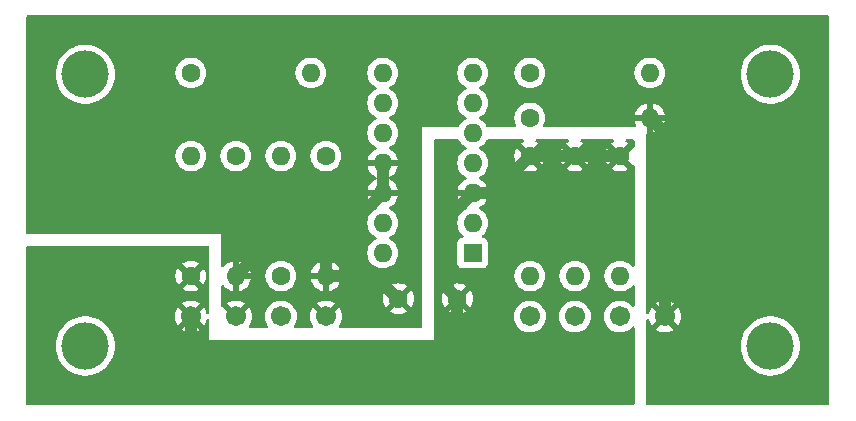
<source format=gbr>
%TF.GenerationSoftware,KiCad,Pcbnew,8.0.1*%
%TF.CreationDate,2024-04-06T13:55:48+01:00*%
%TF.ProjectId,RemoteStartInterface,52656d6f-7465-4537-9461-7274496e7465,rev?*%
%TF.SameCoordinates,Original*%
%TF.FileFunction,Copper,L2,Bot*%
%TF.FilePolarity,Positive*%
%FSLAX46Y46*%
G04 Gerber Fmt 4.6, Leading zero omitted, Abs format (unit mm)*
G04 Created by KiCad (PCBNEW 8.0.1) date 2024-04-06 13:55:48*
%MOMM*%
%LPD*%
G01*
G04 APERTURE LIST*
%TA.AperFunction,ComponentPad*%
%ADD10C,1.600000*%
%TD*%
%TA.AperFunction,ComponentPad*%
%ADD11O,1.600000X1.600000*%
%TD*%
%TA.AperFunction,ComponentPad*%
%ADD12R,1.600000X1.600000*%
%TD*%
%TA.AperFunction,ComponentPad*%
%ADD13C,1.701800*%
%TD*%
%TA.AperFunction,ViaPad*%
%ADD14C,4.000000*%
%TD*%
%TA.AperFunction,Conductor*%
%ADD15C,1.000000*%
%TD*%
G04 APERTURE END LIST*
D10*
%TO.P,R4,1*%
%TO.N,Net-(U1B-+)*%
X43136000Y-5385000D03*
D11*
%TO.P,R4,2*%
%TO.N,Net-(U1A-+)*%
X53296000Y-5385000D03*
%TD*%
D12*
%TO.P,U1,1*%
%TO.N,Net-(J2-Pad2)*%
X38300000Y-20625000D03*
D11*
%TO.P,U1,2*%
%TO.N,Net-(J2-Pad3)*%
X38300000Y-18085000D03*
%TO.P,U1,3,V+*%
%TO.N,+5VD*%
X38300000Y-15545000D03*
%TO.P,U1,4,-*%
%TO.N,Net-(U1A--)*%
X38300000Y-13005000D03*
%TO.P,U1,5,+*%
%TO.N,Net-(U1A-+)*%
X38300000Y-10465000D03*
%TO.P,U1,6,-*%
%TO.N,Net-(U1A--)*%
X38300000Y-7925000D03*
%TO.P,U1,7,+*%
%TO.N,Net-(U1B-+)*%
X38300000Y-5385000D03*
%TO.P,U1,8,-*%
%TO.N,Net-(U1A--)*%
X30680000Y-5385000D03*
%TO.P,U1,9,+*%
%TO.N,Net-(U1D-+)*%
X30680000Y-7925000D03*
%TO.P,U1,10,-*%
%TO.N,Net-(U1C--)*%
X30680000Y-10465000D03*
%TO.P,U1,11,+*%
%TO.N,GND*%
X30680000Y-13005000D03*
%TO.P,U1,12,V-*%
X30680000Y-15545000D03*
%TO.P,U1,13*%
%TO.N,Net-(U1C--)*%
X30680000Y-18085000D03*
%TO.P,U1,14*%
%TO.N,Net-(J2-Pad1)*%
X30680000Y-20625000D03*
%TD*%
D10*
%TO.P,R6,1*%
%TO.N,+5VD*%
X43136000Y-12420000D03*
D11*
%TO.P,R6,2*%
%TO.N,Net-(J2-Pad1)*%
X43136000Y-22580000D03*
%TD*%
D13*
%TO.P,J2,1,1*%
%TO.N,Net-(J2-Pad1)*%
X43135900Y-26000000D03*
%TO.P,J2,2,2*%
%TO.N,Net-(J2-Pad2)*%
X46945900Y-26000000D03*
%TO.P,J2,3,3*%
%TO.N,Net-(J2-Pad3)*%
X50755900Y-26000000D03*
%TO.P,J2,4,4*%
%TO.N,GND*%
X54565900Y-26000000D03*
%TD*%
D10*
%TO.P,R9,1*%
%TO.N,+5VD*%
X14434000Y-22580000D03*
D11*
%TO.P,R9,2*%
%TO.N,Net-(U1D-+)*%
X14434000Y-12420000D03*
%TD*%
D10*
%TO.P,R5,1*%
%TO.N,Net-(U1A-+)*%
X43136000Y-9195000D03*
D11*
%TO.P,R5,2*%
%TO.N,GND*%
X53296000Y-9195000D03*
%TD*%
D10*
%TO.P,C1,1*%
%TO.N,+5VD*%
X37000000Y-24500000D03*
%TO.P,C1,2*%
%TO.N,GND*%
X32000000Y-24500000D03*
%TD*%
%TO.P,R1,1*%
%TO.N,Net-(J1-Pad3)*%
X22054000Y-22580000D03*
D11*
%TO.P,R1,2*%
%TO.N,Net-(U1A--)*%
X22054000Y-12420000D03*
%TD*%
D10*
%TO.P,R3,1*%
%TO.N,Net-(U1D-+)*%
X14434000Y-5385000D03*
D11*
%TO.P,R3,2*%
%TO.N,Net-(U1B-+)*%
X24594000Y-5385000D03*
%TD*%
D10*
%TO.P,R2,1*%
%TO.N,Net-(U1A--)*%
X25864000Y-12420000D03*
D11*
%TO.P,R2,2*%
%TO.N,GND*%
X25864000Y-22580000D03*
%TD*%
D10*
%TO.P,R10,1*%
%TO.N,Net-(U1D-+)*%
X18244000Y-12420000D03*
D11*
%TO.P,R10,2*%
%TO.N,GND*%
X18244000Y-22580000D03*
%TD*%
D13*
%TO.P,J1,1,1*%
%TO.N,+5VD*%
X14433900Y-26000000D03*
%TO.P,J1,2,2*%
%TO.N,GND*%
X18243900Y-26000000D03*
%TO.P,J1,3,3*%
%TO.N,Net-(J1-Pad3)*%
X22053900Y-26000000D03*
%TO.P,J1,4,4*%
%TO.N,GND*%
X25863900Y-26000000D03*
%TD*%
D10*
%TO.P,R7,1*%
%TO.N,+5VD*%
X46946000Y-12420000D03*
D11*
%TO.P,R7,2*%
%TO.N,Net-(J2-Pad2)*%
X46946000Y-22580000D03*
%TD*%
D10*
%TO.P,R8,1*%
%TO.N,+5VD*%
X50756000Y-12420000D03*
D11*
%TO.P,R8,2*%
%TO.N,Net-(J2-Pad3)*%
X50756000Y-22580000D03*
%TD*%
D14*
%TO.N,*%
X63500000Y-5500000D03*
X63500000Y-28500000D03*
X5500000Y-28500000D03*
X5500000Y-5500000D03*
%TD*%
D15*
%TO.N,+5VD*%
X37000000Y-24500000D02*
X36200001Y-23700001D01*
X38300000Y-15545000D02*
X40011000Y-15545000D01*
X14433900Y-28433900D02*
X16500000Y-30500000D01*
X16500000Y-30500000D02*
X35000000Y-30500000D01*
X37000000Y-28500000D02*
X37000000Y-24500000D01*
X43136000Y-12420000D02*
X46946000Y-12420000D01*
X40011000Y-15545000D02*
X43136000Y-12420000D01*
X35000000Y-30500000D02*
X37000000Y-28500000D01*
X36200001Y-23700001D02*
X36200001Y-17644999D01*
X14433900Y-26000000D02*
X14433900Y-28433900D01*
X46946000Y-12420000D02*
X50756000Y-12420000D01*
X36200001Y-17644999D02*
X38300000Y-15545000D01*
%TO.N,GND*%
X54565900Y-10464900D02*
X53296000Y-9195000D01*
X20463000Y-20361000D02*
X25864000Y-20361000D01*
X30680000Y-15545000D02*
X25864000Y-20361000D01*
X32000000Y-24500000D02*
X30080000Y-22580000D01*
X30080000Y-22580000D02*
X25864000Y-22580000D01*
X30680000Y-13005000D02*
X30680000Y-15545000D01*
X18244000Y-22580000D02*
X20463000Y-20361000D01*
X25864000Y-20361000D02*
X25864000Y-22580000D01*
X54565900Y-26000000D02*
X54565900Y-10464900D01*
%TD*%
%TA.AperFunction,Conductor*%
%TO.N,+5VD*%
G36*
X37102574Y-11019685D02*
G01*
X37147917Y-11071596D01*
X37169428Y-11117728D01*
X37169430Y-11117731D01*
X37169431Y-11117733D01*
X37169432Y-11117734D01*
X37181077Y-11134365D01*
X37299954Y-11304141D01*
X37460858Y-11465045D01*
X37460861Y-11465047D01*
X37647266Y-11595568D01*
X37705275Y-11622618D01*
X37757714Y-11668791D01*
X37776866Y-11735984D01*
X37756650Y-11802865D01*
X37705275Y-11847382D01*
X37647267Y-11874431D01*
X37647265Y-11874432D01*
X37460858Y-12004954D01*
X37299954Y-12165858D01*
X37169432Y-12352265D01*
X37169431Y-12352267D01*
X37073261Y-12558502D01*
X37073258Y-12558511D01*
X37014366Y-12778302D01*
X37014364Y-12778313D01*
X36994532Y-13004998D01*
X36994532Y-13005001D01*
X37014364Y-13231686D01*
X37014366Y-13231697D01*
X37073258Y-13451488D01*
X37073261Y-13451497D01*
X37169431Y-13657732D01*
X37169432Y-13657734D01*
X37299954Y-13844141D01*
X37460858Y-14005045D01*
X37460861Y-14005047D01*
X37647266Y-14135568D01*
X37705865Y-14162893D01*
X37758305Y-14209065D01*
X37777457Y-14276258D01*
X37757242Y-14343139D01*
X37705867Y-14387657D01*
X37647515Y-14414867D01*
X37461179Y-14545342D01*
X37300342Y-14706179D01*
X37169865Y-14892517D01*
X37073734Y-15098673D01*
X37073730Y-15098682D01*
X37021127Y-15294999D01*
X37021128Y-15295000D01*
X37984314Y-15295000D01*
X37979920Y-15299394D01*
X37927259Y-15390606D01*
X37900000Y-15492339D01*
X37900000Y-15597661D01*
X37927259Y-15699394D01*
X37979920Y-15790606D01*
X37984314Y-15795000D01*
X37021128Y-15795000D01*
X37073730Y-15991317D01*
X37073734Y-15991326D01*
X37169865Y-16197482D01*
X37300342Y-16383820D01*
X37461179Y-16544657D01*
X37647518Y-16675134D01*
X37647520Y-16675135D01*
X37705865Y-16702342D01*
X37758305Y-16748514D01*
X37777457Y-16815707D01*
X37757242Y-16882589D01*
X37705867Y-16927105D01*
X37647268Y-16954431D01*
X37647264Y-16954433D01*
X37460858Y-17084954D01*
X37299954Y-17245858D01*
X37169432Y-17432265D01*
X37169431Y-17432267D01*
X37073261Y-17638502D01*
X37073258Y-17638511D01*
X37014366Y-17858302D01*
X37014364Y-17858313D01*
X36994532Y-18084998D01*
X36994532Y-18085001D01*
X37014364Y-18311686D01*
X37014366Y-18311697D01*
X37073258Y-18531488D01*
X37073261Y-18531497D01*
X37169431Y-18737732D01*
X37169432Y-18737734D01*
X37299954Y-18924141D01*
X37460858Y-19085045D01*
X37485462Y-19102273D01*
X37529087Y-19156849D01*
X37536281Y-19226348D01*
X37504758Y-19288703D01*
X37444529Y-19324117D01*
X37427593Y-19327138D01*
X37392516Y-19330908D01*
X37257671Y-19381202D01*
X37257664Y-19381206D01*
X37142455Y-19467452D01*
X37142452Y-19467455D01*
X37056206Y-19582664D01*
X37056202Y-19582671D01*
X37005908Y-19717517D01*
X36999501Y-19777116D01*
X36999501Y-19777123D01*
X36999500Y-19777135D01*
X36999500Y-21472870D01*
X36999501Y-21472876D01*
X37005908Y-21532483D01*
X37056202Y-21667328D01*
X37056206Y-21667335D01*
X37142452Y-21782544D01*
X37142455Y-21782547D01*
X37257664Y-21868793D01*
X37257671Y-21868797D01*
X37392517Y-21919091D01*
X37392516Y-21919091D01*
X37399444Y-21919835D01*
X37452127Y-21925500D01*
X39147872Y-21925499D01*
X39207483Y-21919091D01*
X39342331Y-21868796D01*
X39457546Y-21782546D01*
X39543796Y-21667331D01*
X39594091Y-21532483D01*
X39600500Y-21472873D01*
X39600499Y-19777128D01*
X39594091Y-19717517D01*
X39543796Y-19582669D01*
X39543795Y-19582668D01*
X39543793Y-19582664D01*
X39457547Y-19467455D01*
X39457544Y-19467452D01*
X39342335Y-19381206D01*
X39342328Y-19381202D01*
X39207482Y-19330908D01*
X39207483Y-19330908D01*
X39172404Y-19327137D01*
X39107853Y-19300399D01*
X39068005Y-19243006D01*
X39065512Y-19173181D01*
X39101165Y-19113092D01*
X39114539Y-19102272D01*
X39139140Y-19085046D01*
X39300045Y-18924141D01*
X39300047Y-18924139D01*
X39430568Y-18737734D01*
X39526739Y-18531496D01*
X39585635Y-18311692D01*
X39605468Y-18085000D01*
X39585635Y-17858308D01*
X39526739Y-17638504D01*
X39430568Y-17432266D01*
X39300047Y-17245861D01*
X39300045Y-17245858D01*
X39139141Y-17084954D01*
X38952734Y-16954432D01*
X38952732Y-16954431D01*
X38941275Y-16949088D01*
X38894132Y-16927105D01*
X38841694Y-16880934D01*
X38822542Y-16813740D01*
X38842758Y-16746859D01*
X38894134Y-16702341D01*
X38952484Y-16675132D01*
X39138820Y-16544657D01*
X39299657Y-16383820D01*
X39430134Y-16197482D01*
X39526265Y-15991326D01*
X39526269Y-15991317D01*
X39578872Y-15795000D01*
X38615686Y-15795000D01*
X38620080Y-15790606D01*
X38672741Y-15699394D01*
X38700000Y-15597661D01*
X38700000Y-15492339D01*
X38672741Y-15390606D01*
X38620080Y-15299394D01*
X38615686Y-15295000D01*
X39578872Y-15295000D01*
X39578872Y-15294999D01*
X39526269Y-15098682D01*
X39526265Y-15098673D01*
X39430134Y-14892517D01*
X39299657Y-14706179D01*
X39138820Y-14545342D01*
X38952482Y-14414865D01*
X38894133Y-14387657D01*
X38841694Y-14341484D01*
X38822542Y-14274291D01*
X38842758Y-14207410D01*
X38894129Y-14162895D01*
X38952734Y-14135568D01*
X39139139Y-14005047D01*
X39300047Y-13844139D01*
X39430568Y-13657734D01*
X39526739Y-13451496D01*
X39585635Y-13231692D01*
X39605468Y-13005000D01*
X39585635Y-12778308D01*
X39526739Y-12558504D01*
X39430568Y-12352266D01*
X39300047Y-12165861D01*
X39300045Y-12165858D01*
X39139141Y-12004954D01*
X38952734Y-11874432D01*
X38952728Y-11874429D01*
X38894725Y-11847382D01*
X38842285Y-11801210D01*
X38823133Y-11734017D01*
X38843348Y-11667135D01*
X38894725Y-11622618D01*
X38952734Y-11595568D01*
X39139139Y-11465047D01*
X39300047Y-11304139D01*
X39430568Y-11117734D01*
X39432061Y-11114532D01*
X39452083Y-11071596D01*
X39498255Y-11019156D01*
X39564465Y-11000000D01*
X42545809Y-11000000D01*
X42612848Y-11019685D01*
X42658603Y-11072489D01*
X42668547Y-11141647D01*
X42639522Y-11205203D01*
X42598214Y-11236382D01*
X42483516Y-11289866D01*
X42483512Y-11289868D01*
X42410526Y-11340973D01*
X42410526Y-11340974D01*
X43089553Y-12020000D01*
X43083339Y-12020000D01*
X42981606Y-12047259D01*
X42890394Y-12099920D01*
X42815920Y-12174394D01*
X42763259Y-12265606D01*
X42736000Y-12367339D01*
X42736000Y-12373552D01*
X42056974Y-11694526D01*
X42056973Y-11694526D01*
X42005868Y-11767512D01*
X42005866Y-11767516D01*
X41909734Y-11973673D01*
X41909730Y-11973682D01*
X41850860Y-12193389D01*
X41850858Y-12193400D01*
X41831034Y-12419997D01*
X41831034Y-12420002D01*
X41850858Y-12646599D01*
X41850860Y-12646610D01*
X41909730Y-12866317D01*
X41909735Y-12866331D01*
X42005863Y-13072478D01*
X42056974Y-13145472D01*
X42736000Y-12466446D01*
X42736000Y-12472661D01*
X42763259Y-12574394D01*
X42815920Y-12665606D01*
X42890394Y-12740080D01*
X42981606Y-12792741D01*
X43083339Y-12820000D01*
X43089553Y-12820000D01*
X42410526Y-13499025D01*
X42483513Y-13550132D01*
X42483521Y-13550136D01*
X42689668Y-13646264D01*
X42689682Y-13646269D01*
X42909389Y-13705139D01*
X42909400Y-13705141D01*
X43135998Y-13724966D01*
X43136002Y-13724966D01*
X43362599Y-13705141D01*
X43362610Y-13705139D01*
X43582317Y-13646269D01*
X43582331Y-13646264D01*
X43788478Y-13550136D01*
X43861471Y-13499024D01*
X43182447Y-12820000D01*
X43188661Y-12820000D01*
X43290394Y-12792741D01*
X43381606Y-12740080D01*
X43456080Y-12665606D01*
X43508741Y-12574394D01*
X43536000Y-12472661D01*
X43536000Y-12466447D01*
X44215024Y-13145471D01*
X44266136Y-13072478D01*
X44362264Y-12866331D01*
X44362269Y-12866317D01*
X44421139Y-12646610D01*
X44421141Y-12646599D01*
X44440966Y-12420002D01*
X44440966Y-12419997D01*
X44421141Y-12193400D01*
X44421139Y-12193389D01*
X44362269Y-11973682D01*
X44362264Y-11973668D01*
X44266136Y-11767521D01*
X44266132Y-11767513D01*
X44215025Y-11694526D01*
X43536000Y-12373551D01*
X43536000Y-12367339D01*
X43508741Y-12265606D01*
X43456080Y-12174394D01*
X43381606Y-12099920D01*
X43290394Y-12047259D01*
X43188661Y-12020000D01*
X43182448Y-12020000D01*
X43861472Y-11340974D01*
X43788478Y-11289863D01*
X43673787Y-11236382D01*
X43621347Y-11190210D01*
X43602195Y-11123017D01*
X43622411Y-11056135D01*
X43675576Y-11010801D01*
X43726191Y-11000000D01*
X46355809Y-11000000D01*
X46422848Y-11019685D01*
X46468603Y-11072489D01*
X46478547Y-11141647D01*
X46449522Y-11205203D01*
X46408214Y-11236382D01*
X46293516Y-11289866D01*
X46293512Y-11289868D01*
X46220526Y-11340973D01*
X46220526Y-11340974D01*
X46899553Y-12020000D01*
X46893339Y-12020000D01*
X46791606Y-12047259D01*
X46700394Y-12099920D01*
X46625920Y-12174394D01*
X46573259Y-12265606D01*
X46546000Y-12367339D01*
X46546000Y-12373552D01*
X45866974Y-11694526D01*
X45866973Y-11694526D01*
X45815868Y-11767512D01*
X45815866Y-11767516D01*
X45719734Y-11973673D01*
X45719730Y-11973682D01*
X45660860Y-12193389D01*
X45660858Y-12193400D01*
X45641034Y-12419997D01*
X45641034Y-12420002D01*
X45660858Y-12646599D01*
X45660860Y-12646610D01*
X45719730Y-12866317D01*
X45719735Y-12866331D01*
X45815863Y-13072478D01*
X45866974Y-13145472D01*
X46546000Y-12466446D01*
X46546000Y-12472661D01*
X46573259Y-12574394D01*
X46625920Y-12665606D01*
X46700394Y-12740080D01*
X46791606Y-12792741D01*
X46893339Y-12820000D01*
X46899553Y-12820000D01*
X46220526Y-13499025D01*
X46293513Y-13550132D01*
X46293521Y-13550136D01*
X46499668Y-13646264D01*
X46499682Y-13646269D01*
X46719389Y-13705139D01*
X46719400Y-13705141D01*
X46945998Y-13724966D01*
X46946002Y-13724966D01*
X47172599Y-13705141D01*
X47172610Y-13705139D01*
X47392317Y-13646269D01*
X47392331Y-13646264D01*
X47598478Y-13550136D01*
X47671471Y-13499024D01*
X46992447Y-12820000D01*
X46998661Y-12820000D01*
X47100394Y-12792741D01*
X47191606Y-12740080D01*
X47266080Y-12665606D01*
X47318741Y-12574394D01*
X47346000Y-12472661D01*
X47346000Y-12466447D01*
X48025024Y-13145471D01*
X48076136Y-13072478D01*
X48172264Y-12866331D01*
X48172269Y-12866317D01*
X48231139Y-12646610D01*
X48231141Y-12646599D01*
X48250966Y-12420002D01*
X48250966Y-12419997D01*
X48231141Y-12193400D01*
X48231139Y-12193389D01*
X48172269Y-11973682D01*
X48172264Y-11973668D01*
X48076136Y-11767521D01*
X48076132Y-11767513D01*
X48025025Y-11694526D01*
X47346000Y-12373551D01*
X47346000Y-12367339D01*
X47318741Y-12265606D01*
X47266080Y-12174394D01*
X47191606Y-12099920D01*
X47100394Y-12047259D01*
X46998661Y-12020000D01*
X46992448Y-12020000D01*
X47671472Y-11340974D01*
X47598478Y-11289863D01*
X47483787Y-11236382D01*
X47431347Y-11190210D01*
X47412195Y-11123017D01*
X47432411Y-11056135D01*
X47485576Y-11010801D01*
X47536191Y-11000000D01*
X50165809Y-11000000D01*
X50232848Y-11019685D01*
X50278603Y-11072489D01*
X50288547Y-11141647D01*
X50259522Y-11205203D01*
X50218214Y-11236382D01*
X50103516Y-11289866D01*
X50103512Y-11289868D01*
X50030526Y-11340973D01*
X50030526Y-11340974D01*
X50709553Y-12020000D01*
X50703339Y-12020000D01*
X50601606Y-12047259D01*
X50510394Y-12099920D01*
X50435920Y-12174394D01*
X50383259Y-12265606D01*
X50356000Y-12367339D01*
X50356000Y-12373552D01*
X49676974Y-11694526D01*
X49676973Y-11694526D01*
X49625868Y-11767512D01*
X49625866Y-11767516D01*
X49529734Y-11973673D01*
X49529730Y-11973682D01*
X49470860Y-12193389D01*
X49470858Y-12193400D01*
X49451034Y-12419997D01*
X49451034Y-12420002D01*
X49470858Y-12646599D01*
X49470860Y-12646610D01*
X49529730Y-12866317D01*
X49529735Y-12866331D01*
X49625863Y-13072478D01*
X49676974Y-13145472D01*
X50356000Y-12466446D01*
X50356000Y-12472661D01*
X50383259Y-12574394D01*
X50435920Y-12665606D01*
X50510394Y-12740080D01*
X50601606Y-12792741D01*
X50703339Y-12820000D01*
X50709553Y-12820000D01*
X50030526Y-13499025D01*
X50103513Y-13550132D01*
X50103521Y-13550136D01*
X50309668Y-13646264D01*
X50309682Y-13646269D01*
X50529389Y-13705139D01*
X50529400Y-13705141D01*
X50755998Y-13724966D01*
X50756002Y-13724966D01*
X50982599Y-13705141D01*
X50982610Y-13705139D01*
X51202317Y-13646269D01*
X51202331Y-13646264D01*
X51408478Y-13550136D01*
X51481471Y-13499024D01*
X50802447Y-12820000D01*
X50808661Y-12820000D01*
X50910394Y-12792741D01*
X51001606Y-12740080D01*
X51076080Y-12665606D01*
X51128741Y-12574394D01*
X51156000Y-12472661D01*
X51156000Y-12466447D01*
X51835024Y-13145471D01*
X51865193Y-13142832D01*
X51933693Y-13156599D01*
X51983876Y-13205214D01*
X52000000Y-13266360D01*
X52000000Y-21695984D01*
X51980315Y-21763023D01*
X51927511Y-21808778D01*
X51858353Y-21818722D01*
X51794797Y-21789697D01*
X51774425Y-21767107D01*
X51756046Y-21740859D01*
X51595141Y-21579954D01*
X51408734Y-21449432D01*
X51408732Y-21449431D01*
X51202497Y-21353261D01*
X51202488Y-21353258D01*
X50982697Y-21294366D01*
X50982693Y-21294365D01*
X50982692Y-21294365D01*
X50982691Y-21294364D01*
X50982686Y-21294364D01*
X50756002Y-21274532D01*
X50755998Y-21274532D01*
X50529313Y-21294364D01*
X50529302Y-21294366D01*
X50309511Y-21353258D01*
X50309502Y-21353261D01*
X50103267Y-21449431D01*
X50103265Y-21449432D01*
X49916858Y-21579954D01*
X49755954Y-21740858D01*
X49625432Y-21927265D01*
X49625431Y-21927267D01*
X49529261Y-22133502D01*
X49529258Y-22133511D01*
X49470366Y-22353302D01*
X49470364Y-22353313D01*
X49450532Y-22579998D01*
X49450532Y-22580001D01*
X49470364Y-22806686D01*
X49470366Y-22806697D01*
X49529258Y-23026488D01*
X49529261Y-23026497D01*
X49625431Y-23232732D01*
X49625432Y-23232734D01*
X49755954Y-23419141D01*
X49916858Y-23580045D01*
X49916861Y-23580047D01*
X50103266Y-23710568D01*
X50309504Y-23806739D01*
X50529308Y-23865635D01*
X50691230Y-23879801D01*
X50755998Y-23885468D01*
X50756000Y-23885468D01*
X50756002Y-23885468D01*
X50812673Y-23880509D01*
X50982692Y-23865635D01*
X51202496Y-23806739D01*
X51408734Y-23710568D01*
X51595139Y-23580047D01*
X51756047Y-23419139D01*
X51774425Y-23392892D01*
X51829000Y-23349267D01*
X51898498Y-23342073D01*
X51960854Y-23373595D01*
X51996268Y-23433824D01*
X52000000Y-23464015D01*
X52000000Y-25038337D01*
X51980315Y-25105376D01*
X51927511Y-25151131D01*
X51858353Y-25161075D01*
X51794797Y-25132050D01*
X51784771Y-25122321D01*
X51707457Y-25038337D01*
X51674315Y-25002335D01*
X51674310Y-25002331D01*
X51674308Y-25002329D01*
X51497582Y-24864777D01*
X51497573Y-24864771D01*
X51300618Y-24758185D01*
X51300615Y-24758184D01*
X51300612Y-24758182D01*
X51300606Y-24758180D01*
X51300604Y-24758179D01*
X51088788Y-24685462D01*
X50867880Y-24648600D01*
X50643920Y-24648600D01*
X50423011Y-24685462D01*
X50211195Y-24758179D01*
X50211181Y-24758185D01*
X50014226Y-24864771D01*
X50014217Y-24864777D01*
X49837491Y-25002329D01*
X49837481Y-25002338D01*
X49685806Y-25167099D01*
X49685798Y-25167110D01*
X49563305Y-25354598D01*
X49473341Y-25559698D01*
X49418363Y-25776800D01*
X49418361Y-25776812D01*
X49399868Y-25999994D01*
X49399868Y-26000005D01*
X49418361Y-26223187D01*
X49418363Y-26223199D01*
X49473341Y-26440301D01*
X49563305Y-26645401D01*
X49685798Y-26832889D01*
X49685806Y-26832900D01*
X49837481Y-26997661D01*
X49837491Y-26997670D01*
X50013683Y-27134806D01*
X50014221Y-27135225D01*
X50014223Y-27135226D01*
X50014226Y-27135228D01*
X50128731Y-27197194D01*
X50211188Y-27241818D01*
X50408383Y-27309515D01*
X50421592Y-27314050D01*
X50423014Y-27314538D01*
X50643920Y-27351400D01*
X50867880Y-27351400D01*
X51088786Y-27314538D01*
X51300612Y-27241818D01*
X51497579Y-27135225D01*
X51674315Y-26997665D01*
X51779584Y-26883313D01*
X51784771Y-26877679D01*
X51844658Y-26841688D01*
X51914496Y-26843789D01*
X51972112Y-26883313D01*
X51999213Y-26947713D01*
X52000000Y-26961662D01*
X52000000Y-33375500D01*
X51980315Y-33442539D01*
X51927511Y-33488294D01*
X51876000Y-33499500D01*
X624500Y-33499500D01*
X557461Y-33479815D01*
X511706Y-33427011D01*
X500500Y-33375500D01*
X500500Y-28500005D01*
X2994556Y-28500005D01*
X3014310Y-28814004D01*
X3014311Y-28814011D01*
X3073270Y-29123083D01*
X3170497Y-29422316D01*
X3170499Y-29422321D01*
X3304461Y-29707003D01*
X3304464Y-29707009D01*
X3473051Y-29972661D01*
X3473054Y-29972665D01*
X3673606Y-30215090D01*
X3673608Y-30215092D01*
X3902968Y-30430476D01*
X3902978Y-30430484D01*
X4157504Y-30615408D01*
X4157509Y-30615410D01*
X4157516Y-30615416D01*
X4433234Y-30766994D01*
X4433239Y-30766996D01*
X4433241Y-30766997D01*
X4433242Y-30766998D01*
X4725771Y-30882818D01*
X4725774Y-30882819D01*
X5030523Y-30961065D01*
X5030527Y-30961066D01*
X5096010Y-30969338D01*
X5342670Y-31000499D01*
X5342679Y-31000499D01*
X5342682Y-31000500D01*
X5342684Y-31000500D01*
X5657316Y-31000500D01*
X5657318Y-31000500D01*
X5657321Y-31000499D01*
X5657329Y-31000499D01*
X5843593Y-30976968D01*
X5969473Y-30961066D01*
X6274225Y-30882819D01*
X6274228Y-30882818D01*
X6566757Y-30766998D01*
X6566758Y-30766997D01*
X6566756Y-30766997D01*
X6566766Y-30766994D01*
X6842484Y-30615416D01*
X7097030Y-30430478D01*
X7326390Y-30215094D01*
X7526947Y-29972663D01*
X7695537Y-29707007D01*
X7829503Y-29422315D01*
X7926731Y-29123079D01*
X7985688Y-28814015D01*
X8005444Y-28500000D01*
X7985688Y-28185985D01*
X7926731Y-27876921D01*
X7829503Y-27577685D01*
X7695537Y-27292993D01*
X7526947Y-27027337D01*
X7526945Y-27027334D01*
X7326393Y-26784909D01*
X7326391Y-26784907D01*
X7126185Y-26596900D01*
X7097030Y-26569522D01*
X7097027Y-26569520D01*
X7097021Y-26569515D01*
X6842495Y-26384591D01*
X6842488Y-26384586D01*
X6842484Y-26384584D01*
X6566766Y-26233006D01*
X6566763Y-26233004D01*
X6566758Y-26233002D01*
X6566757Y-26233001D01*
X6274228Y-26117181D01*
X6274225Y-26117180D01*
X5969476Y-26038934D01*
X5969463Y-26038932D01*
X5657329Y-25999500D01*
X5657318Y-25999500D01*
X5342682Y-25999500D01*
X5342670Y-25999500D01*
X5030536Y-26038932D01*
X5030523Y-26038934D01*
X4725774Y-26117180D01*
X4725771Y-26117181D01*
X4433242Y-26233001D01*
X4433241Y-26233002D01*
X4157516Y-26384584D01*
X4157504Y-26384591D01*
X3902978Y-26569515D01*
X3902968Y-26569523D01*
X3673608Y-26784907D01*
X3673606Y-26784909D01*
X3473054Y-27027334D01*
X3473051Y-27027338D01*
X3304464Y-27292990D01*
X3304461Y-27292996D01*
X3170499Y-27577678D01*
X3170497Y-27577683D01*
X3073270Y-27876916D01*
X3014311Y-28185988D01*
X3014310Y-28185995D01*
X2994556Y-28499994D01*
X2994556Y-28500005D01*
X500500Y-28500005D01*
X500500Y-22580002D01*
X13129034Y-22580002D01*
X13148858Y-22806599D01*
X13148860Y-22806610D01*
X13207730Y-23026317D01*
X13207735Y-23026331D01*
X13303863Y-23232478D01*
X13354974Y-23305472D01*
X14034000Y-22626446D01*
X14034000Y-22632661D01*
X14061259Y-22734394D01*
X14113920Y-22825606D01*
X14188394Y-22900080D01*
X14279606Y-22952741D01*
X14381339Y-22980000D01*
X14387553Y-22980000D01*
X13708526Y-23659025D01*
X13781513Y-23710132D01*
X13781521Y-23710136D01*
X13987668Y-23806264D01*
X13987682Y-23806269D01*
X14207389Y-23865139D01*
X14207400Y-23865141D01*
X14433998Y-23884966D01*
X14434002Y-23884966D01*
X14660599Y-23865141D01*
X14660610Y-23865139D01*
X14880317Y-23806269D01*
X14880331Y-23806264D01*
X15086478Y-23710136D01*
X15159471Y-23659024D01*
X14480447Y-22980000D01*
X14486661Y-22980000D01*
X14588394Y-22952741D01*
X14679606Y-22900080D01*
X14754080Y-22825606D01*
X14806741Y-22734394D01*
X14834000Y-22632661D01*
X14834000Y-22626447D01*
X15513024Y-23305471D01*
X15564136Y-23232478D01*
X15660264Y-23026331D01*
X15660269Y-23026317D01*
X15719139Y-22806610D01*
X15719141Y-22806599D01*
X15738966Y-22580002D01*
X15738966Y-22579997D01*
X15719141Y-22353400D01*
X15719139Y-22353389D01*
X15660269Y-22133682D01*
X15660264Y-22133668D01*
X15564136Y-21927521D01*
X15564132Y-21927513D01*
X15513025Y-21854526D01*
X14834000Y-22533551D01*
X14834000Y-22527339D01*
X14806741Y-22425606D01*
X14754080Y-22334394D01*
X14679606Y-22259920D01*
X14588394Y-22207259D01*
X14486661Y-22180000D01*
X14480448Y-22180000D01*
X15159472Y-21500974D01*
X15086478Y-21449863D01*
X14880331Y-21353735D01*
X14880317Y-21353730D01*
X14660610Y-21294860D01*
X14660599Y-21294858D01*
X14434002Y-21275034D01*
X14433998Y-21275034D01*
X14207400Y-21294858D01*
X14207389Y-21294860D01*
X13987682Y-21353730D01*
X13987673Y-21353734D01*
X13781516Y-21449866D01*
X13781512Y-21449868D01*
X13708526Y-21500973D01*
X13708526Y-21500974D01*
X14387553Y-22180000D01*
X14381339Y-22180000D01*
X14279606Y-22207259D01*
X14188394Y-22259920D01*
X14113920Y-22334394D01*
X14061259Y-22425606D01*
X14034000Y-22527339D01*
X14034000Y-22533552D01*
X13354974Y-21854526D01*
X13354973Y-21854526D01*
X13303868Y-21927512D01*
X13303866Y-21927516D01*
X13207734Y-22133673D01*
X13207730Y-22133682D01*
X13148860Y-22353389D01*
X13148858Y-22353400D01*
X13129034Y-22579997D01*
X13129034Y-22580002D01*
X500500Y-22580002D01*
X500500Y-20124000D01*
X520185Y-20056961D01*
X572989Y-20011206D01*
X624500Y-20000000D01*
X15876000Y-20000000D01*
X15943039Y-20019685D01*
X15988794Y-20072489D01*
X16000000Y-20124000D01*
X16000000Y-25686628D01*
X15980315Y-25753667D01*
X15927511Y-25799422D01*
X15858353Y-25809366D01*
X15794797Y-25780341D01*
X15757023Y-25721563D01*
X15755794Y-25717068D01*
X15715983Y-25559859D01*
X15626053Y-25354839D01*
X15549613Y-25237839D01*
X14995981Y-25791470D01*
X14990123Y-25769605D01*
X14911539Y-25633495D01*
X14800405Y-25522361D01*
X14664295Y-25443777D01*
X14642428Y-25437918D01*
X15197710Y-24882636D01*
X15197709Y-24882634D01*
X15175307Y-24865198D01*
X15175301Y-24865193D01*
X14978416Y-24758645D01*
X14978402Y-24758639D01*
X14766666Y-24685949D01*
X14545838Y-24649100D01*
X14321962Y-24649100D01*
X14101133Y-24685949D01*
X13889397Y-24758639D01*
X13889383Y-24758645D01*
X13692499Y-24865193D01*
X13692497Y-24865194D01*
X13670089Y-24882635D01*
X14225371Y-25437917D01*
X14203505Y-25443777D01*
X14067395Y-25522361D01*
X13956261Y-25633495D01*
X13877677Y-25769605D01*
X13871817Y-25791471D01*
X13318185Y-25237839D01*
X13241745Y-25354842D01*
X13241744Y-25354844D01*
X13151816Y-25559859D01*
X13096857Y-25776890D01*
X13078370Y-25999994D01*
X13078370Y-26000005D01*
X13096857Y-26223109D01*
X13151816Y-26440140D01*
X13241744Y-26645155D01*
X13241746Y-26645159D01*
X13318185Y-26762159D01*
X13871817Y-26208527D01*
X13877677Y-26230395D01*
X13956261Y-26366505D01*
X14067395Y-26477639D01*
X14203505Y-26556223D01*
X14225370Y-26562081D01*
X13670088Y-27117363D01*
X13670089Y-27117364D01*
X13692492Y-27134802D01*
X13692499Y-27134806D01*
X13889383Y-27241354D01*
X13889397Y-27241360D01*
X14101133Y-27314050D01*
X14321962Y-27350900D01*
X14545838Y-27350900D01*
X14766666Y-27314050D01*
X14978402Y-27241360D01*
X14978411Y-27241357D01*
X15175306Y-27134802D01*
X15175309Y-27134800D01*
X15197710Y-27117364D01*
X15197710Y-27117363D01*
X14642429Y-26562081D01*
X14664295Y-26556223D01*
X14800405Y-26477639D01*
X14911539Y-26366505D01*
X14990123Y-26230395D01*
X14995981Y-26208528D01*
X15549614Y-26762160D01*
X15626053Y-26645160D01*
X15715983Y-26440140D01*
X15755794Y-26282931D01*
X15791333Y-26222775D01*
X15853754Y-26191383D01*
X15923237Y-26198721D01*
X15977723Y-26242459D01*
X15999912Y-26308712D01*
X16000000Y-26313371D01*
X16000000Y-28000000D01*
X35000000Y-28000000D01*
X35000000Y-26000005D01*
X41779868Y-26000005D01*
X41798361Y-26223187D01*
X41798363Y-26223199D01*
X41853341Y-26440301D01*
X41943305Y-26645401D01*
X42065798Y-26832889D01*
X42065806Y-26832900D01*
X42217481Y-26997661D01*
X42217491Y-26997670D01*
X42393683Y-27134806D01*
X42394221Y-27135225D01*
X42394223Y-27135226D01*
X42394226Y-27135228D01*
X42508731Y-27197194D01*
X42591188Y-27241818D01*
X42788383Y-27309515D01*
X42801592Y-27314050D01*
X42803014Y-27314538D01*
X43023920Y-27351400D01*
X43247880Y-27351400D01*
X43468786Y-27314538D01*
X43680612Y-27241818D01*
X43877579Y-27135225D01*
X44054315Y-26997665D01*
X44159584Y-26883313D01*
X44205993Y-26832900D01*
X44205994Y-26832898D01*
X44206000Y-26832892D01*
X44328495Y-26645400D01*
X44418458Y-26440303D01*
X44473437Y-26223196D01*
X44482222Y-26117180D01*
X44491932Y-26000005D01*
X45589868Y-26000005D01*
X45608361Y-26223187D01*
X45608363Y-26223199D01*
X45663341Y-26440301D01*
X45753305Y-26645401D01*
X45875798Y-26832889D01*
X45875806Y-26832900D01*
X46027481Y-26997661D01*
X46027491Y-26997670D01*
X46203683Y-27134806D01*
X46204221Y-27135225D01*
X46204223Y-27135226D01*
X46204226Y-27135228D01*
X46318731Y-27197194D01*
X46401188Y-27241818D01*
X46598383Y-27309515D01*
X46611592Y-27314050D01*
X46613014Y-27314538D01*
X46833920Y-27351400D01*
X47057880Y-27351400D01*
X47278786Y-27314538D01*
X47490612Y-27241818D01*
X47687579Y-27135225D01*
X47864315Y-26997665D01*
X47969584Y-26883313D01*
X48015993Y-26832900D01*
X48015994Y-26832898D01*
X48016000Y-26832892D01*
X48138495Y-26645400D01*
X48228458Y-26440303D01*
X48283437Y-26223196D01*
X48292222Y-26117180D01*
X48301932Y-26000005D01*
X48301932Y-25999994D01*
X48283438Y-25776812D01*
X48283436Y-25776800D01*
X48270640Y-25726269D01*
X48228458Y-25559697D01*
X48138495Y-25354600D01*
X48016000Y-25167108D01*
X48015997Y-25167105D01*
X48015993Y-25167099D01*
X47864318Y-25002338D01*
X47864308Y-25002329D01*
X47687582Y-24864777D01*
X47687573Y-24864771D01*
X47490618Y-24758185D01*
X47490615Y-24758184D01*
X47490612Y-24758182D01*
X47490606Y-24758180D01*
X47490604Y-24758179D01*
X47278788Y-24685462D01*
X47057880Y-24648600D01*
X46833920Y-24648600D01*
X46613011Y-24685462D01*
X46401195Y-24758179D01*
X46401181Y-24758185D01*
X46204226Y-24864771D01*
X46204217Y-24864777D01*
X46027491Y-25002329D01*
X46027481Y-25002338D01*
X45875806Y-25167099D01*
X45875798Y-25167110D01*
X45753305Y-25354598D01*
X45663341Y-25559698D01*
X45608363Y-25776800D01*
X45608361Y-25776812D01*
X45589868Y-25999994D01*
X45589868Y-26000005D01*
X44491932Y-26000005D01*
X44491932Y-25999994D01*
X44473438Y-25776812D01*
X44473436Y-25776800D01*
X44460640Y-25726269D01*
X44418458Y-25559697D01*
X44328495Y-25354600D01*
X44206000Y-25167108D01*
X44205997Y-25167105D01*
X44205993Y-25167099D01*
X44054318Y-25002338D01*
X44054308Y-25002329D01*
X43877582Y-24864777D01*
X43877573Y-24864771D01*
X43680618Y-24758185D01*
X43680615Y-24758184D01*
X43680612Y-24758182D01*
X43680606Y-24758180D01*
X43680604Y-24758179D01*
X43468788Y-24685462D01*
X43247880Y-24648600D01*
X43023920Y-24648600D01*
X42803011Y-24685462D01*
X42591195Y-24758179D01*
X42591181Y-24758185D01*
X42394226Y-24864771D01*
X42394217Y-24864777D01*
X42217491Y-25002329D01*
X42217481Y-25002338D01*
X42065806Y-25167099D01*
X42065798Y-25167110D01*
X41943305Y-25354598D01*
X41853341Y-25559698D01*
X41798363Y-25776800D01*
X41798361Y-25776812D01*
X41779868Y-25999994D01*
X41779868Y-26000005D01*
X35000000Y-26000005D01*
X35000000Y-24500002D01*
X35695034Y-24500002D01*
X35714858Y-24726599D01*
X35714860Y-24726610D01*
X35773730Y-24946317D01*
X35773735Y-24946331D01*
X35869863Y-25152478D01*
X35920974Y-25225472D01*
X36600000Y-24546446D01*
X36600000Y-24552661D01*
X36627259Y-24654394D01*
X36679920Y-24745606D01*
X36754394Y-24820080D01*
X36845606Y-24872741D01*
X36947339Y-24900000D01*
X36953553Y-24900000D01*
X36274526Y-25579025D01*
X36347513Y-25630132D01*
X36347521Y-25630136D01*
X36553668Y-25726264D01*
X36553682Y-25726269D01*
X36773389Y-25785139D01*
X36773400Y-25785141D01*
X36999998Y-25804966D01*
X37000002Y-25804966D01*
X37226599Y-25785141D01*
X37226610Y-25785139D01*
X37446317Y-25726269D01*
X37446331Y-25726264D01*
X37652478Y-25630136D01*
X37725471Y-25579024D01*
X37046447Y-24900000D01*
X37052661Y-24900000D01*
X37154394Y-24872741D01*
X37245606Y-24820080D01*
X37320080Y-24745606D01*
X37372741Y-24654394D01*
X37400000Y-24552661D01*
X37400000Y-24546447D01*
X38079024Y-25225471D01*
X38130136Y-25152478D01*
X38226264Y-24946331D01*
X38226269Y-24946317D01*
X38285139Y-24726610D01*
X38285141Y-24726599D01*
X38304966Y-24500002D01*
X38304966Y-24499997D01*
X38285141Y-24273400D01*
X38285139Y-24273389D01*
X38226269Y-24053682D01*
X38226264Y-24053668D01*
X38130136Y-23847521D01*
X38130132Y-23847513D01*
X38079025Y-23774526D01*
X37400000Y-24453551D01*
X37400000Y-24447339D01*
X37372741Y-24345606D01*
X37320080Y-24254394D01*
X37245606Y-24179920D01*
X37154394Y-24127259D01*
X37052661Y-24100000D01*
X37046448Y-24100000D01*
X37725472Y-23420974D01*
X37652478Y-23369863D01*
X37446331Y-23273735D01*
X37446317Y-23273730D01*
X37226610Y-23214860D01*
X37226599Y-23214858D01*
X37000002Y-23195034D01*
X36999998Y-23195034D01*
X36773400Y-23214858D01*
X36773389Y-23214860D01*
X36553682Y-23273730D01*
X36553673Y-23273734D01*
X36347516Y-23369866D01*
X36347512Y-23369868D01*
X36274526Y-23420973D01*
X36274526Y-23420974D01*
X36953553Y-24100000D01*
X36947339Y-24100000D01*
X36845606Y-24127259D01*
X36754394Y-24179920D01*
X36679920Y-24254394D01*
X36627259Y-24345606D01*
X36600000Y-24447339D01*
X36600000Y-24453552D01*
X35920974Y-23774526D01*
X35920973Y-23774526D01*
X35869868Y-23847512D01*
X35869866Y-23847516D01*
X35773734Y-24053673D01*
X35773730Y-24053682D01*
X35714860Y-24273389D01*
X35714858Y-24273400D01*
X35695034Y-24499997D01*
X35695034Y-24500002D01*
X35000000Y-24500002D01*
X35000000Y-22580001D01*
X41830532Y-22580001D01*
X41850364Y-22806686D01*
X41850366Y-22806697D01*
X41909258Y-23026488D01*
X41909261Y-23026497D01*
X42005431Y-23232732D01*
X42005432Y-23232734D01*
X42135954Y-23419141D01*
X42296858Y-23580045D01*
X42296861Y-23580047D01*
X42483266Y-23710568D01*
X42689504Y-23806739D01*
X42909308Y-23865635D01*
X43071230Y-23879801D01*
X43135998Y-23885468D01*
X43136000Y-23885468D01*
X43136002Y-23885468D01*
X43192673Y-23880509D01*
X43362692Y-23865635D01*
X43582496Y-23806739D01*
X43788734Y-23710568D01*
X43975139Y-23580047D01*
X44136047Y-23419139D01*
X44266568Y-23232734D01*
X44362739Y-23026496D01*
X44421635Y-22806692D01*
X44441468Y-22580001D01*
X45640532Y-22580001D01*
X45660364Y-22806686D01*
X45660366Y-22806697D01*
X45719258Y-23026488D01*
X45719261Y-23026497D01*
X45815431Y-23232732D01*
X45815432Y-23232734D01*
X45945954Y-23419141D01*
X46106858Y-23580045D01*
X46106861Y-23580047D01*
X46293266Y-23710568D01*
X46499504Y-23806739D01*
X46719308Y-23865635D01*
X46881230Y-23879801D01*
X46945998Y-23885468D01*
X46946000Y-23885468D01*
X46946002Y-23885468D01*
X47002673Y-23880509D01*
X47172692Y-23865635D01*
X47392496Y-23806739D01*
X47598734Y-23710568D01*
X47785139Y-23580047D01*
X47946047Y-23419139D01*
X48076568Y-23232734D01*
X48172739Y-23026496D01*
X48231635Y-22806692D01*
X48251468Y-22580000D01*
X48231635Y-22353308D01*
X48172739Y-22133504D01*
X48076568Y-21927266D01*
X47975233Y-21782544D01*
X47946045Y-21740858D01*
X47785141Y-21579954D01*
X47598734Y-21449432D01*
X47598732Y-21449431D01*
X47392497Y-21353261D01*
X47392488Y-21353258D01*
X47172697Y-21294366D01*
X47172693Y-21294365D01*
X47172692Y-21294365D01*
X47172691Y-21294364D01*
X47172686Y-21294364D01*
X46946002Y-21274532D01*
X46945998Y-21274532D01*
X46719313Y-21294364D01*
X46719302Y-21294366D01*
X46499511Y-21353258D01*
X46499502Y-21353261D01*
X46293267Y-21449431D01*
X46293265Y-21449432D01*
X46106858Y-21579954D01*
X45945954Y-21740858D01*
X45815432Y-21927265D01*
X45815431Y-21927267D01*
X45719261Y-22133502D01*
X45719258Y-22133511D01*
X45660366Y-22353302D01*
X45660364Y-22353313D01*
X45640532Y-22579998D01*
X45640532Y-22580001D01*
X44441468Y-22580001D01*
X44441468Y-22580000D01*
X44421635Y-22353308D01*
X44362739Y-22133504D01*
X44266568Y-21927266D01*
X44165233Y-21782544D01*
X44136045Y-21740858D01*
X43975141Y-21579954D01*
X43788734Y-21449432D01*
X43788732Y-21449431D01*
X43582497Y-21353261D01*
X43582488Y-21353258D01*
X43362697Y-21294366D01*
X43362693Y-21294365D01*
X43362692Y-21294365D01*
X43362691Y-21294364D01*
X43362686Y-21294364D01*
X43136002Y-21274532D01*
X43135998Y-21274532D01*
X42909313Y-21294364D01*
X42909302Y-21294366D01*
X42689511Y-21353258D01*
X42689502Y-21353261D01*
X42483267Y-21449431D01*
X42483265Y-21449432D01*
X42296858Y-21579954D01*
X42135954Y-21740858D01*
X42005432Y-21927265D01*
X42005431Y-21927267D01*
X41909261Y-22133502D01*
X41909258Y-22133511D01*
X41850366Y-22353302D01*
X41850364Y-22353313D01*
X41830532Y-22579998D01*
X41830532Y-22580001D01*
X35000000Y-22580001D01*
X35000000Y-11124000D01*
X35019685Y-11056961D01*
X35072489Y-11011206D01*
X35124000Y-11000000D01*
X37035535Y-11000000D01*
X37102574Y-11019685D01*
G37*
%TD.AperFunction*%
%TA.AperFunction,Conductor*%
G36*
X51943039Y-11019685D02*
G01*
X51988794Y-11072489D01*
X52000000Y-11124000D01*
X52000000Y-11573638D01*
X51980315Y-11640677D01*
X51927511Y-11686432D01*
X51865194Y-11697166D01*
X51835025Y-11694526D01*
X51156000Y-12373551D01*
X51156000Y-12367339D01*
X51128741Y-12265606D01*
X51076080Y-12174394D01*
X51001606Y-12099920D01*
X50910394Y-12047259D01*
X50808661Y-12020000D01*
X50802448Y-12020000D01*
X51481472Y-11340974D01*
X51408478Y-11289863D01*
X51293787Y-11236382D01*
X51241347Y-11190210D01*
X51222195Y-11123017D01*
X51242411Y-11056135D01*
X51295576Y-11010801D01*
X51346191Y-11000000D01*
X51876000Y-11000000D01*
X51943039Y-11019685D01*
G37*
%TD.AperFunction*%
%TD*%
%TA.AperFunction,Conductor*%
%TO.N,GND*%
G36*
X30930000Y-15229314D02*
G01*
X30925606Y-15224920D01*
X30834394Y-15172259D01*
X30732661Y-15145000D01*
X30627339Y-15145000D01*
X30525606Y-15172259D01*
X30434394Y-15224920D01*
X30430000Y-15229314D01*
X30430000Y-13320686D01*
X30434394Y-13325080D01*
X30525606Y-13377741D01*
X30627339Y-13405000D01*
X30732661Y-13405000D01*
X30834394Y-13377741D01*
X30925606Y-13325080D01*
X30930000Y-13320686D01*
X30930000Y-15229314D01*
G37*
%TD.AperFunction*%
%TA.AperFunction,Conductor*%
G36*
X68442539Y-520185D02*
G01*
X68488294Y-572989D01*
X68499500Y-624500D01*
X68499500Y-33375500D01*
X68479815Y-33442539D01*
X68427011Y-33488294D01*
X68375500Y-33499500D01*
X53124000Y-33499500D01*
X53056961Y-33479815D01*
X53011206Y-33427011D01*
X53000000Y-33375500D01*
X53000000Y-28500005D01*
X60994556Y-28500005D01*
X61014310Y-28814004D01*
X61014311Y-28814011D01*
X61073270Y-29123083D01*
X61170497Y-29422316D01*
X61170499Y-29422321D01*
X61304461Y-29707003D01*
X61304464Y-29707009D01*
X61473051Y-29972661D01*
X61473054Y-29972665D01*
X61673606Y-30215090D01*
X61673608Y-30215092D01*
X61902968Y-30430476D01*
X61902978Y-30430484D01*
X62157504Y-30615408D01*
X62157509Y-30615410D01*
X62157516Y-30615416D01*
X62433234Y-30766994D01*
X62433239Y-30766996D01*
X62433241Y-30766997D01*
X62433242Y-30766998D01*
X62725771Y-30882818D01*
X62725774Y-30882819D01*
X63030523Y-30961065D01*
X63030527Y-30961066D01*
X63096010Y-30969338D01*
X63342670Y-31000499D01*
X63342679Y-31000499D01*
X63342682Y-31000500D01*
X63342684Y-31000500D01*
X63657316Y-31000500D01*
X63657318Y-31000500D01*
X63657321Y-31000499D01*
X63657329Y-31000499D01*
X63843593Y-30976968D01*
X63969473Y-30961066D01*
X64274225Y-30882819D01*
X64274228Y-30882818D01*
X64566757Y-30766998D01*
X64566758Y-30766997D01*
X64566756Y-30766997D01*
X64566766Y-30766994D01*
X64842484Y-30615416D01*
X65097030Y-30430478D01*
X65326390Y-30215094D01*
X65526947Y-29972663D01*
X65695537Y-29707007D01*
X65829503Y-29422315D01*
X65926731Y-29123079D01*
X65985688Y-28814015D01*
X65985689Y-28814004D01*
X66005444Y-28500005D01*
X66005444Y-28499994D01*
X65985689Y-28185995D01*
X65985688Y-28185988D01*
X65985688Y-28185985D01*
X65926731Y-27876921D01*
X65829503Y-27577685D01*
X65695537Y-27292993D01*
X65526947Y-27027337D01*
X65504332Y-27000000D01*
X65326393Y-26784909D01*
X65326391Y-26784907D01*
X65126185Y-26596900D01*
X65097030Y-26569522D01*
X65097027Y-26569520D01*
X65097021Y-26569515D01*
X64842495Y-26384591D01*
X64842488Y-26384586D01*
X64842484Y-26384584D01*
X64566766Y-26233006D01*
X64566763Y-26233004D01*
X64566758Y-26233002D01*
X64566757Y-26233001D01*
X64274228Y-26117181D01*
X64274225Y-26117180D01*
X63969476Y-26038934D01*
X63969463Y-26038932D01*
X63657329Y-25999500D01*
X63657318Y-25999500D01*
X63342682Y-25999500D01*
X63342670Y-25999500D01*
X63030536Y-26038932D01*
X63030523Y-26038934D01*
X62725774Y-26117180D01*
X62725771Y-26117181D01*
X62433242Y-26233001D01*
X62433241Y-26233002D01*
X62157516Y-26384584D01*
X62157504Y-26384591D01*
X61902978Y-26569515D01*
X61902968Y-26569523D01*
X61673608Y-26784907D01*
X61673606Y-26784909D01*
X61473054Y-27027334D01*
X61473051Y-27027338D01*
X61304464Y-27292990D01*
X61304461Y-27292996D01*
X61170499Y-27577678D01*
X61170497Y-27577683D01*
X61073270Y-27876916D01*
X61014311Y-28185988D01*
X61014310Y-28185995D01*
X60994556Y-28499994D01*
X60994556Y-28500005D01*
X53000000Y-28500005D01*
X53000000Y-26314161D01*
X53019685Y-26247122D01*
X53072489Y-26201367D01*
X53141647Y-26191423D01*
X53205203Y-26220448D01*
X53242977Y-26279226D01*
X53244206Y-26283721D01*
X53283816Y-26440140D01*
X53373744Y-26645155D01*
X53373746Y-26645159D01*
X53450185Y-26762159D01*
X54003817Y-26208527D01*
X54009677Y-26230395D01*
X54088261Y-26366505D01*
X54199395Y-26477639D01*
X54335505Y-26556223D01*
X54357370Y-26562081D01*
X53802088Y-27117363D01*
X53802089Y-27117364D01*
X53824492Y-27134802D01*
X53824499Y-27134806D01*
X54021383Y-27241354D01*
X54021397Y-27241360D01*
X54233133Y-27314050D01*
X54453962Y-27350900D01*
X54677838Y-27350900D01*
X54898666Y-27314050D01*
X55110402Y-27241360D01*
X55110411Y-27241357D01*
X55307306Y-27134802D01*
X55307309Y-27134800D01*
X55329710Y-27117364D01*
X55329710Y-27117363D01*
X54774429Y-26562081D01*
X54796295Y-26556223D01*
X54932405Y-26477639D01*
X55043539Y-26366505D01*
X55122123Y-26230395D01*
X55127981Y-26208528D01*
X55681614Y-26762160D01*
X55758053Y-26645160D01*
X55847983Y-26440140D01*
X55902942Y-26223109D01*
X55921430Y-26000005D01*
X55921430Y-25999994D01*
X55902942Y-25776890D01*
X55847983Y-25559859D01*
X55758053Y-25354839D01*
X55681613Y-25237839D01*
X55127981Y-25791470D01*
X55122123Y-25769605D01*
X55043539Y-25633495D01*
X54932405Y-25522361D01*
X54796295Y-25443777D01*
X54774428Y-25437918D01*
X55329710Y-24882636D01*
X55329709Y-24882634D01*
X55307307Y-24865198D01*
X55307301Y-24865193D01*
X55110416Y-24758645D01*
X55110402Y-24758639D01*
X54898666Y-24685949D01*
X54677838Y-24649100D01*
X54453962Y-24649100D01*
X54233133Y-24685949D01*
X54021397Y-24758639D01*
X54021383Y-24758645D01*
X53824499Y-24865193D01*
X53824497Y-24865194D01*
X53802089Y-24882635D01*
X54357371Y-25437917D01*
X54335505Y-25443777D01*
X54199395Y-25522361D01*
X54088261Y-25633495D01*
X54009677Y-25769605D01*
X54003817Y-25791471D01*
X53450185Y-25237839D01*
X53373745Y-25354842D01*
X53373744Y-25354844D01*
X53283816Y-25559859D01*
X53244206Y-25716278D01*
X53208666Y-25776434D01*
X53146246Y-25807826D01*
X53076763Y-25800488D01*
X53022277Y-25756750D01*
X53000088Y-25690497D01*
X53000000Y-25685838D01*
X53000000Y-10570318D01*
X53019685Y-10503279D01*
X53046000Y-10474674D01*
X53046000Y-9510686D01*
X53050394Y-9515080D01*
X53141606Y-9567741D01*
X53243339Y-9595000D01*
X53348661Y-9595000D01*
X53450394Y-9567741D01*
X53541606Y-9515080D01*
X53546000Y-9510686D01*
X53546000Y-10473872D01*
X53742317Y-10421269D01*
X53742326Y-10421265D01*
X53948482Y-10325134D01*
X54134820Y-10194657D01*
X54295657Y-10033820D01*
X54426134Y-9847482D01*
X54522265Y-9641326D01*
X54522269Y-9641317D01*
X54574872Y-9445000D01*
X53611686Y-9445000D01*
X53616080Y-9440606D01*
X53668741Y-9349394D01*
X53696000Y-9247661D01*
X53696000Y-9142339D01*
X53668741Y-9040606D01*
X53616080Y-8949394D01*
X53611686Y-8945000D01*
X54574872Y-8945000D01*
X54574872Y-8944999D01*
X54522269Y-8748682D01*
X54522265Y-8748673D01*
X54426134Y-8542517D01*
X54295657Y-8356179D01*
X54134820Y-8195342D01*
X53948482Y-8064865D01*
X53742328Y-7968734D01*
X53546000Y-7916127D01*
X53546000Y-8879314D01*
X53541606Y-8874920D01*
X53450394Y-8822259D01*
X53348661Y-8795000D01*
X53243339Y-8795000D01*
X53141606Y-8822259D01*
X53050394Y-8874920D01*
X53046000Y-8879314D01*
X53046000Y-7916127D01*
X52849671Y-7968734D01*
X52643517Y-8064865D01*
X52457179Y-8195342D01*
X52296342Y-8356179D01*
X52165865Y-8542517D01*
X52069734Y-8748673D01*
X52069730Y-8748682D01*
X52017127Y-8944999D01*
X52017128Y-8945000D01*
X52980314Y-8945000D01*
X52975920Y-8949394D01*
X52923259Y-9040606D01*
X52896000Y-9142339D01*
X52896000Y-9247661D01*
X52923259Y-9349394D01*
X52975920Y-9440606D01*
X52980314Y-9445000D01*
X52017128Y-9445000D01*
X52069730Y-9641317D01*
X52069734Y-9641326D01*
X52154727Y-9823595D01*
X52165219Y-9892673D01*
X52136699Y-9956457D01*
X52078223Y-9994696D01*
X52042345Y-10000000D01*
X44390206Y-10000000D01*
X44323167Y-9980315D01*
X44277412Y-9927511D01*
X44267468Y-9858353D01*
X44277824Y-9823595D01*
X44362739Y-9641496D01*
X44421635Y-9421692D01*
X44441468Y-9195000D01*
X44421635Y-8968308D01*
X44362739Y-8748504D01*
X44266568Y-8542266D01*
X44136047Y-8355861D01*
X44136045Y-8355858D01*
X43975141Y-8194954D01*
X43788734Y-8064432D01*
X43788732Y-8064431D01*
X43582497Y-7968261D01*
X43582488Y-7968258D01*
X43362697Y-7909366D01*
X43362693Y-7909365D01*
X43362692Y-7909365D01*
X43362691Y-7909364D01*
X43362686Y-7909364D01*
X43136002Y-7889532D01*
X43135998Y-7889532D01*
X42909313Y-7909364D01*
X42909302Y-7909366D01*
X42689511Y-7968258D01*
X42689502Y-7968261D01*
X42483267Y-8064431D01*
X42483265Y-8064432D01*
X42296858Y-8194954D01*
X42135954Y-8355858D01*
X42005432Y-8542265D01*
X42005431Y-8542267D01*
X41909261Y-8748502D01*
X41909258Y-8748511D01*
X41850366Y-8968302D01*
X41850364Y-8968313D01*
X41830532Y-9194998D01*
X41830532Y-9195001D01*
X41850364Y-9421686D01*
X41850366Y-9421697D01*
X41909258Y-9641488D01*
X41909261Y-9641496D01*
X41988893Y-9812267D01*
X41994176Y-9823595D01*
X42004668Y-9892672D01*
X41976148Y-9956456D01*
X41917672Y-9994696D01*
X41881794Y-10000000D01*
X39597107Y-10000000D01*
X39530068Y-9980315D01*
X39484725Y-9928405D01*
X39447107Y-9847734D01*
X39430568Y-9812266D01*
X39300047Y-9625861D01*
X39300045Y-9625858D01*
X39139141Y-9464954D01*
X38952734Y-9334432D01*
X38952728Y-9334429D01*
X38894725Y-9307382D01*
X38842285Y-9261210D01*
X38823133Y-9194017D01*
X38843348Y-9127135D01*
X38894725Y-9082618D01*
X38952734Y-9055568D01*
X39139139Y-8925047D01*
X39300047Y-8764139D01*
X39430568Y-8577734D01*
X39526739Y-8371496D01*
X39585635Y-8151692D01*
X39605468Y-7925000D01*
X39585635Y-7698308D01*
X39526739Y-7478504D01*
X39430568Y-7272266D01*
X39300047Y-7085861D01*
X39300045Y-7085858D01*
X39139141Y-6924954D01*
X38952734Y-6794432D01*
X38952728Y-6794429D01*
X38894725Y-6767382D01*
X38842285Y-6721210D01*
X38823133Y-6654017D01*
X38843348Y-6587135D01*
X38894725Y-6542618D01*
X38952734Y-6515568D01*
X39139139Y-6385047D01*
X39300047Y-6224139D01*
X39430568Y-6037734D01*
X39526739Y-5831496D01*
X39585635Y-5611692D01*
X39605468Y-5385001D01*
X41830532Y-5385001D01*
X41850364Y-5611686D01*
X41850366Y-5611697D01*
X41909258Y-5831488D01*
X41909261Y-5831497D01*
X42005431Y-6037732D01*
X42005432Y-6037734D01*
X42135954Y-6224141D01*
X42296858Y-6385045D01*
X42296861Y-6385047D01*
X42483266Y-6515568D01*
X42689504Y-6611739D01*
X42909308Y-6670635D01*
X43071230Y-6684801D01*
X43135998Y-6690468D01*
X43136000Y-6690468D01*
X43136002Y-6690468D01*
X43192673Y-6685509D01*
X43362692Y-6670635D01*
X43582496Y-6611739D01*
X43788734Y-6515568D01*
X43975139Y-6385047D01*
X44136047Y-6224139D01*
X44266568Y-6037734D01*
X44362739Y-5831496D01*
X44421635Y-5611692D01*
X44441468Y-5385001D01*
X51990532Y-5385001D01*
X52010364Y-5611686D01*
X52010366Y-5611697D01*
X52069258Y-5831488D01*
X52069261Y-5831497D01*
X52165431Y-6037732D01*
X52165432Y-6037734D01*
X52295954Y-6224141D01*
X52456858Y-6385045D01*
X52456861Y-6385047D01*
X52643266Y-6515568D01*
X52849504Y-6611739D01*
X53069308Y-6670635D01*
X53231230Y-6684801D01*
X53295998Y-6690468D01*
X53296000Y-6690468D01*
X53296002Y-6690468D01*
X53352673Y-6685509D01*
X53522692Y-6670635D01*
X53742496Y-6611739D01*
X53948734Y-6515568D01*
X54135139Y-6385047D01*
X54296047Y-6224139D01*
X54426568Y-6037734D01*
X54522739Y-5831496D01*
X54581635Y-5611692D01*
X54591406Y-5500005D01*
X60994556Y-5500005D01*
X61014310Y-5814004D01*
X61014311Y-5814011D01*
X61073270Y-6123083D01*
X61170497Y-6422316D01*
X61170499Y-6422321D01*
X61304461Y-6707003D01*
X61304464Y-6707009D01*
X61473051Y-6972661D01*
X61473054Y-6972665D01*
X61673606Y-7215090D01*
X61673608Y-7215092D01*
X61902968Y-7430476D01*
X61902978Y-7430484D01*
X62157504Y-7615408D01*
X62157509Y-7615410D01*
X62157516Y-7615416D01*
X62433234Y-7766994D01*
X62433239Y-7766996D01*
X62433241Y-7766997D01*
X62433242Y-7766998D01*
X62725771Y-7882818D01*
X62725774Y-7882819D01*
X62890051Y-7924998D01*
X63030527Y-7961066D01*
X63087458Y-7968258D01*
X63342670Y-8000499D01*
X63342679Y-8000499D01*
X63342682Y-8000500D01*
X63342684Y-8000500D01*
X63657316Y-8000500D01*
X63657318Y-8000500D01*
X63657321Y-8000499D01*
X63657329Y-8000499D01*
X63843593Y-7976968D01*
X63969473Y-7961066D01*
X64274225Y-7882819D01*
X64274228Y-7882818D01*
X64566757Y-7766998D01*
X64566758Y-7766997D01*
X64566756Y-7766997D01*
X64566766Y-7766994D01*
X64842484Y-7615416D01*
X65097030Y-7430478D01*
X65326390Y-7215094D01*
X65526947Y-6972663D01*
X65695537Y-6707007D01*
X65829503Y-6422315D01*
X65926731Y-6123079D01*
X65985688Y-5814015D01*
X65998417Y-5611692D01*
X66005444Y-5500005D01*
X66005444Y-5499994D01*
X65985689Y-5185995D01*
X65985688Y-5185988D01*
X65985688Y-5185985D01*
X65926731Y-4876921D01*
X65829503Y-4577685D01*
X65814526Y-4545858D01*
X65773695Y-4459087D01*
X65695537Y-4292993D01*
X65526947Y-4027337D01*
X65526945Y-4027334D01*
X65326393Y-3784909D01*
X65326391Y-3784907D01*
X65097031Y-3569523D01*
X65097021Y-3569515D01*
X64842495Y-3384591D01*
X64842488Y-3384586D01*
X64842484Y-3384584D01*
X64566766Y-3233006D01*
X64566763Y-3233004D01*
X64566758Y-3233002D01*
X64566757Y-3233001D01*
X64274228Y-3117181D01*
X64274225Y-3117180D01*
X63969476Y-3038934D01*
X63969463Y-3038932D01*
X63657329Y-2999500D01*
X63657318Y-2999500D01*
X63342682Y-2999500D01*
X63342670Y-2999500D01*
X63030536Y-3038932D01*
X63030523Y-3038934D01*
X62725774Y-3117180D01*
X62725771Y-3117181D01*
X62433242Y-3233001D01*
X62433241Y-3233002D01*
X62157516Y-3384584D01*
X62157504Y-3384591D01*
X61902978Y-3569515D01*
X61902968Y-3569523D01*
X61673608Y-3784907D01*
X61673606Y-3784909D01*
X61473054Y-4027334D01*
X61473051Y-4027338D01*
X61304464Y-4292990D01*
X61304461Y-4292996D01*
X61170499Y-4577678D01*
X61170497Y-4577683D01*
X61073270Y-4876916D01*
X61014311Y-5185988D01*
X61014310Y-5185995D01*
X60994556Y-5499994D01*
X60994556Y-5500005D01*
X54591406Y-5500005D01*
X54601468Y-5385000D01*
X54581635Y-5158308D01*
X54522739Y-4938504D01*
X54426568Y-4732266D01*
X54296047Y-4545861D01*
X54296045Y-4545858D01*
X54135141Y-4384954D01*
X53948734Y-4254432D01*
X53948732Y-4254431D01*
X53742497Y-4158261D01*
X53742488Y-4158258D01*
X53522697Y-4099366D01*
X53522693Y-4099365D01*
X53522692Y-4099365D01*
X53522691Y-4099364D01*
X53522686Y-4099364D01*
X53296002Y-4079532D01*
X53295998Y-4079532D01*
X53069313Y-4099364D01*
X53069302Y-4099366D01*
X52849511Y-4158258D01*
X52849502Y-4158261D01*
X52643267Y-4254431D01*
X52643265Y-4254432D01*
X52456858Y-4384954D01*
X52295954Y-4545858D01*
X52165432Y-4732265D01*
X52165431Y-4732267D01*
X52069261Y-4938502D01*
X52069258Y-4938511D01*
X52010366Y-5158302D01*
X52010364Y-5158313D01*
X51990532Y-5384998D01*
X51990532Y-5385001D01*
X44441468Y-5385001D01*
X44441468Y-5385000D01*
X44421635Y-5158308D01*
X44362739Y-4938504D01*
X44266568Y-4732266D01*
X44136047Y-4545861D01*
X44136045Y-4545858D01*
X43975141Y-4384954D01*
X43788734Y-4254432D01*
X43788732Y-4254431D01*
X43582497Y-4158261D01*
X43582488Y-4158258D01*
X43362697Y-4099366D01*
X43362693Y-4099365D01*
X43362692Y-4099365D01*
X43362691Y-4099364D01*
X43362686Y-4099364D01*
X43136002Y-4079532D01*
X43135998Y-4079532D01*
X42909313Y-4099364D01*
X42909302Y-4099366D01*
X42689511Y-4158258D01*
X42689502Y-4158261D01*
X42483267Y-4254431D01*
X42483265Y-4254432D01*
X42296858Y-4384954D01*
X42135954Y-4545858D01*
X42005432Y-4732265D01*
X42005431Y-4732267D01*
X41909261Y-4938502D01*
X41909258Y-4938511D01*
X41850366Y-5158302D01*
X41850364Y-5158313D01*
X41830532Y-5384998D01*
X41830532Y-5385001D01*
X39605468Y-5385001D01*
X39605468Y-5385000D01*
X39585635Y-5158308D01*
X39526739Y-4938504D01*
X39430568Y-4732266D01*
X39300047Y-4545861D01*
X39300045Y-4545858D01*
X39139141Y-4384954D01*
X38952734Y-4254432D01*
X38952732Y-4254431D01*
X38746497Y-4158261D01*
X38746488Y-4158258D01*
X38526697Y-4099366D01*
X38526693Y-4099365D01*
X38526692Y-4099365D01*
X38526691Y-4099364D01*
X38526686Y-4099364D01*
X38300002Y-4079532D01*
X38299998Y-4079532D01*
X38073313Y-4099364D01*
X38073302Y-4099366D01*
X37853511Y-4158258D01*
X37853502Y-4158261D01*
X37647267Y-4254431D01*
X37647265Y-4254432D01*
X37460858Y-4384954D01*
X37299954Y-4545858D01*
X37169432Y-4732265D01*
X37169431Y-4732267D01*
X37073261Y-4938502D01*
X37073258Y-4938511D01*
X37014366Y-5158302D01*
X37014364Y-5158313D01*
X36994532Y-5384998D01*
X36994532Y-5385001D01*
X37014364Y-5611686D01*
X37014366Y-5611697D01*
X37073258Y-5831488D01*
X37073261Y-5831497D01*
X37169431Y-6037732D01*
X37169432Y-6037734D01*
X37299954Y-6224141D01*
X37460858Y-6385045D01*
X37460861Y-6385047D01*
X37647266Y-6515568D01*
X37705275Y-6542618D01*
X37757714Y-6588791D01*
X37776866Y-6655984D01*
X37756650Y-6722865D01*
X37705275Y-6767382D01*
X37647267Y-6794431D01*
X37647265Y-6794432D01*
X37460858Y-6924954D01*
X37299954Y-7085858D01*
X37169432Y-7272265D01*
X37169431Y-7272267D01*
X37073261Y-7478502D01*
X37073258Y-7478511D01*
X37014366Y-7698302D01*
X37014364Y-7698313D01*
X36994532Y-7924998D01*
X36994532Y-7925001D01*
X37014364Y-8151686D01*
X37014366Y-8151697D01*
X37073258Y-8371488D01*
X37073261Y-8371497D01*
X37169431Y-8577732D01*
X37169432Y-8577734D01*
X37299954Y-8764141D01*
X37460858Y-8925045D01*
X37460861Y-8925047D01*
X37647266Y-9055568D01*
X37705275Y-9082618D01*
X37757714Y-9128791D01*
X37776866Y-9195984D01*
X37756650Y-9262865D01*
X37705275Y-9307382D01*
X37647267Y-9334431D01*
X37647265Y-9334432D01*
X37460858Y-9464954D01*
X37299954Y-9625858D01*
X37169432Y-9812265D01*
X37169431Y-9812267D01*
X37115275Y-9928405D01*
X37069102Y-9980844D01*
X37002893Y-10000000D01*
X34000000Y-10000000D01*
X34000000Y-26876000D01*
X33980315Y-26943039D01*
X33927511Y-26988794D01*
X33876000Y-27000000D01*
X27053358Y-27000000D01*
X26986319Y-26980315D01*
X26940564Y-26927511D01*
X26930620Y-26858353D01*
X26949549Y-26808179D01*
X27056053Y-26645160D01*
X27145983Y-26440140D01*
X27200942Y-26223109D01*
X27219430Y-26000005D01*
X27219430Y-25999994D01*
X27200942Y-25776890D01*
X27145983Y-25559859D01*
X27056053Y-25354839D01*
X26979613Y-25237838D01*
X26425981Y-25791469D01*
X26420123Y-25769605D01*
X26341539Y-25633495D01*
X26230405Y-25522361D01*
X26094295Y-25443777D01*
X26072428Y-25437918D01*
X26627710Y-24882636D01*
X26627709Y-24882634D01*
X26605307Y-24865198D01*
X26605301Y-24865193D01*
X26408416Y-24758645D01*
X26408402Y-24758639D01*
X26196666Y-24685949D01*
X25975838Y-24649100D01*
X25751962Y-24649100D01*
X25531133Y-24685949D01*
X25319397Y-24758639D01*
X25319383Y-24758645D01*
X25122499Y-24865193D01*
X25122497Y-24865194D01*
X25100089Y-24882635D01*
X25655371Y-25437917D01*
X25633505Y-25443777D01*
X25497395Y-25522361D01*
X25386261Y-25633495D01*
X25307677Y-25769605D01*
X25301817Y-25791471D01*
X24748185Y-25237839D01*
X24671745Y-25354842D01*
X24671744Y-25354844D01*
X24581816Y-25559859D01*
X24526857Y-25776890D01*
X24508370Y-25999994D01*
X24508370Y-26000005D01*
X24526857Y-26223109D01*
X24581816Y-26440140D01*
X24671746Y-26645160D01*
X24778251Y-26808179D01*
X24798439Y-26875068D01*
X24779258Y-26942254D01*
X24726799Y-26988404D01*
X24674442Y-27000000D01*
X23243954Y-27000000D01*
X23176915Y-26980315D01*
X23131160Y-26927511D01*
X23121216Y-26858353D01*
X23140145Y-26808179D01*
X23246495Y-26645400D01*
X23336458Y-26440303D01*
X23391437Y-26223196D01*
X23400222Y-26117180D01*
X23409932Y-26000005D01*
X23409932Y-25999994D01*
X23391438Y-25776812D01*
X23391436Y-25776800D01*
X23378640Y-25726269D01*
X23336458Y-25559697D01*
X23246495Y-25354600D01*
X23124000Y-25167108D01*
X23123997Y-25167105D01*
X23123993Y-25167099D01*
X22972318Y-25002338D01*
X22972308Y-25002329D01*
X22795582Y-24864777D01*
X22795573Y-24864771D01*
X22598618Y-24758185D01*
X22598615Y-24758184D01*
X22598612Y-24758182D01*
X22598606Y-24758180D01*
X22598604Y-24758179D01*
X22386788Y-24685462D01*
X22165880Y-24648600D01*
X21941920Y-24648600D01*
X21721011Y-24685462D01*
X21509195Y-24758179D01*
X21509181Y-24758185D01*
X21312226Y-24864771D01*
X21312217Y-24864777D01*
X21135491Y-25002329D01*
X21135481Y-25002338D01*
X20983806Y-25167099D01*
X20983798Y-25167110D01*
X20861305Y-25354598D01*
X20771341Y-25559698D01*
X20716363Y-25776800D01*
X20716361Y-25776812D01*
X20697868Y-25999994D01*
X20697868Y-26000005D01*
X20716361Y-26223187D01*
X20716363Y-26223199D01*
X20771341Y-26440301D01*
X20861305Y-26645401D01*
X20921037Y-26736826D01*
X20967654Y-26808179D01*
X20987842Y-26875067D01*
X20968663Y-26942253D01*
X20916204Y-26988404D01*
X20863846Y-27000000D01*
X19433358Y-27000000D01*
X19366319Y-26980315D01*
X19320564Y-26927511D01*
X19310620Y-26858353D01*
X19329549Y-26808179D01*
X19436053Y-26645160D01*
X19525983Y-26440140D01*
X19580942Y-26223109D01*
X19599430Y-26000005D01*
X19599430Y-25999994D01*
X19580942Y-25776890D01*
X19525983Y-25559859D01*
X19436053Y-25354839D01*
X19359613Y-25237838D01*
X18805981Y-25791469D01*
X18800123Y-25769605D01*
X18721539Y-25633495D01*
X18610405Y-25522361D01*
X18474295Y-25443777D01*
X18452428Y-25437918D01*
X19007710Y-24882636D01*
X19007709Y-24882634D01*
X18985307Y-24865198D01*
X18985301Y-24865193D01*
X18788416Y-24758645D01*
X18788402Y-24758639D01*
X18576666Y-24685949D01*
X18355838Y-24649100D01*
X18131962Y-24649100D01*
X17911133Y-24685949D01*
X17699397Y-24758639D01*
X17699383Y-24758645D01*
X17502499Y-24865193D01*
X17502497Y-24865194D01*
X17480089Y-24882635D01*
X18035371Y-25437917D01*
X18013505Y-25443777D01*
X17877395Y-25522361D01*
X17766261Y-25633495D01*
X17687677Y-25769605D01*
X17681817Y-25791471D01*
X17125145Y-25234799D01*
X17068077Y-25224281D01*
X17017120Y-25176478D01*
X17000000Y-25113607D01*
X17000000Y-24500002D01*
X30695034Y-24500002D01*
X30714858Y-24726599D01*
X30714860Y-24726610D01*
X30773730Y-24946317D01*
X30773735Y-24946331D01*
X30869863Y-25152478D01*
X30920974Y-25225472D01*
X31600000Y-24546446D01*
X31600000Y-24552661D01*
X31627259Y-24654394D01*
X31679920Y-24745606D01*
X31754394Y-24820080D01*
X31845606Y-24872741D01*
X31947339Y-24900000D01*
X31953553Y-24900000D01*
X31274526Y-25579025D01*
X31347513Y-25630132D01*
X31347521Y-25630136D01*
X31553668Y-25726264D01*
X31553682Y-25726269D01*
X31773389Y-25785139D01*
X31773400Y-25785141D01*
X31999998Y-25804966D01*
X32000002Y-25804966D01*
X32226599Y-25785141D01*
X32226610Y-25785139D01*
X32446317Y-25726269D01*
X32446331Y-25726264D01*
X32652478Y-25630136D01*
X32725471Y-25579024D01*
X32046447Y-24900000D01*
X32052661Y-24900000D01*
X32154394Y-24872741D01*
X32245606Y-24820080D01*
X32320080Y-24745606D01*
X32372741Y-24654394D01*
X32400000Y-24552661D01*
X32400000Y-24546447D01*
X33079024Y-25225471D01*
X33130136Y-25152478D01*
X33226264Y-24946331D01*
X33226269Y-24946317D01*
X33285139Y-24726610D01*
X33285141Y-24726599D01*
X33304966Y-24500002D01*
X33304966Y-24499997D01*
X33285141Y-24273400D01*
X33285139Y-24273389D01*
X33226269Y-24053682D01*
X33226264Y-24053668D01*
X33130136Y-23847521D01*
X33130132Y-23847513D01*
X33079025Y-23774526D01*
X32400000Y-24453551D01*
X32400000Y-24447339D01*
X32372741Y-24345606D01*
X32320080Y-24254394D01*
X32245606Y-24179920D01*
X32154394Y-24127259D01*
X32052661Y-24100000D01*
X32046448Y-24100000D01*
X32725472Y-23420974D01*
X32652478Y-23369863D01*
X32446331Y-23273735D01*
X32446317Y-23273730D01*
X32226610Y-23214860D01*
X32226599Y-23214858D01*
X32000002Y-23195034D01*
X31999998Y-23195034D01*
X31773400Y-23214858D01*
X31773389Y-23214860D01*
X31553682Y-23273730D01*
X31553673Y-23273734D01*
X31347516Y-23369866D01*
X31347512Y-23369868D01*
X31274526Y-23420973D01*
X31274526Y-23420974D01*
X31953553Y-24100000D01*
X31947339Y-24100000D01*
X31845606Y-24127259D01*
X31754394Y-24179920D01*
X31679920Y-24254394D01*
X31627259Y-24345606D01*
X31600000Y-24447339D01*
X31600000Y-24453552D01*
X30920974Y-23774526D01*
X30920973Y-23774526D01*
X30869868Y-23847512D01*
X30869866Y-23847516D01*
X30773734Y-24053673D01*
X30773730Y-24053682D01*
X30714860Y-24273389D01*
X30714858Y-24273400D01*
X30695034Y-24499997D01*
X30695034Y-24500002D01*
X17000000Y-24500002D01*
X17000000Y-23463142D01*
X17019685Y-23396103D01*
X17072489Y-23350348D01*
X17141647Y-23340404D01*
X17205203Y-23369429D01*
X17225575Y-23392018D01*
X17244342Y-23418820D01*
X17405179Y-23579657D01*
X17591517Y-23710134D01*
X17797673Y-23806265D01*
X17797682Y-23806269D01*
X17993999Y-23858872D01*
X17994000Y-23858871D01*
X17994000Y-22895686D01*
X17998394Y-22900080D01*
X18089606Y-22952741D01*
X18191339Y-22980000D01*
X18296661Y-22980000D01*
X18398394Y-22952741D01*
X18489606Y-22900080D01*
X18494000Y-22895686D01*
X18494000Y-23858872D01*
X18690317Y-23806269D01*
X18690326Y-23806265D01*
X18896482Y-23710134D01*
X19082820Y-23579657D01*
X19243657Y-23418820D01*
X19374134Y-23232482D01*
X19470265Y-23026326D01*
X19470269Y-23026317D01*
X19522872Y-22830000D01*
X18559686Y-22830000D01*
X18564080Y-22825606D01*
X18616741Y-22734394D01*
X18644000Y-22632661D01*
X18644000Y-22580001D01*
X20748532Y-22580001D01*
X20768364Y-22806686D01*
X20768366Y-22806697D01*
X20827258Y-23026488D01*
X20827261Y-23026497D01*
X20923431Y-23232732D01*
X20923432Y-23232734D01*
X21053954Y-23419141D01*
X21214858Y-23580045D01*
X21214861Y-23580047D01*
X21401266Y-23710568D01*
X21607504Y-23806739D01*
X21827308Y-23865635D01*
X21989230Y-23879801D01*
X22053998Y-23885468D01*
X22054000Y-23885468D01*
X22054002Y-23885468D01*
X22110673Y-23880509D01*
X22280692Y-23865635D01*
X22500496Y-23806739D01*
X22706734Y-23710568D01*
X22893139Y-23580047D01*
X23054047Y-23419139D01*
X23184568Y-23232734D01*
X23280739Y-23026496D01*
X23339635Y-22806692D01*
X23359468Y-22580000D01*
X23339635Y-22353308D01*
X23333389Y-22329999D01*
X24585127Y-22329999D01*
X24585128Y-22330000D01*
X25548314Y-22330000D01*
X25543920Y-22334394D01*
X25491259Y-22425606D01*
X25464000Y-22527339D01*
X25464000Y-22632661D01*
X25491259Y-22734394D01*
X25543920Y-22825606D01*
X25548314Y-22830000D01*
X24585128Y-22830000D01*
X24637730Y-23026317D01*
X24637734Y-23026326D01*
X24733865Y-23232482D01*
X24864342Y-23418820D01*
X25025179Y-23579657D01*
X25211517Y-23710134D01*
X25417673Y-23806265D01*
X25417682Y-23806269D01*
X25613999Y-23858872D01*
X25614000Y-23858871D01*
X25614000Y-22895686D01*
X25618394Y-22900080D01*
X25709606Y-22952741D01*
X25811339Y-22980000D01*
X25916661Y-22980000D01*
X26018394Y-22952741D01*
X26109606Y-22900080D01*
X26114000Y-22895686D01*
X26114000Y-23858872D01*
X26310317Y-23806269D01*
X26310326Y-23806265D01*
X26516482Y-23710134D01*
X26702820Y-23579657D01*
X26863657Y-23418820D01*
X26994134Y-23232482D01*
X27090265Y-23026326D01*
X27090269Y-23026317D01*
X27142872Y-22830000D01*
X26179686Y-22830000D01*
X26184080Y-22825606D01*
X26236741Y-22734394D01*
X26264000Y-22632661D01*
X26264000Y-22527339D01*
X26236741Y-22425606D01*
X26184080Y-22334394D01*
X26179686Y-22330000D01*
X27142872Y-22330000D01*
X27142872Y-22329999D01*
X27090269Y-22133682D01*
X27090265Y-22133673D01*
X26994134Y-21927517D01*
X26863657Y-21741179D01*
X26702820Y-21580342D01*
X26516482Y-21449865D01*
X26310328Y-21353734D01*
X26114000Y-21301127D01*
X26114000Y-22264314D01*
X26109606Y-22259920D01*
X26018394Y-22207259D01*
X25916661Y-22180000D01*
X25811339Y-22180000D01*
X25709606Y-22207259D01*
X25618394Y-22259920D01*
X25614000Y-22264314D01*
X25614000Y-21301127D01*
X25417671Y-21353734D01*
X25211517Y-21449865D01*
X25025179Y-21580342D01*
X24864342Y-21741179D01*
X24733865Y-21927517D01*
X24637734Y-22133673D01*
X24637730Y-22133682D01*
X24585127Y-22329999D01*
X23333389Y-22329999D01*
X23280739Y-22133504D01*
X23184568Y-21927266D01*
X23054047Y-21740861D01*
X23054045Y-21740858D01*
X22893141Y-21579954D01*
X22706734Y-21449432D01*
X22706732Y-21449431D01*
X22500497Y-21353261D01*
X22500488Y-21353258D01*
X22280697Y-21294366D01*
X22280693Y-21294365D01*
X22280692Y-21294365D01*
X22280691Y-21294364D01*
X22280686Y-21294364D01*
X22054002Y-21274532D01*
X22053998Y-21274532D01*
X21827313Y-21294364D01*
X21827302Y-21294366D01*
X21607511Y-21353258D01*
X21607502Y-21353261D01*
X21401267Y-21449431D01*
X21401265Y-21449432D01*
X21214858Y-21579954D01*
X21053954Y-21740858D01*
X20923432Y-21927265D01*
X20923431Y-21927267D01*
X20827261Y-22133502D01*
X20827258Y-22133511D01*
X20768366Y-22353302D01*
X20768364Y-22353313D01*
X20748532Y-22579998D01*
X20748532Y-22580001D01*
X18644000Y-22580001D01*
X18644000Y-22527339D01*
X18616741Y-22425606D01*
X18564080Y-22334394D01*
X18559686Y-22330000D01*
X19522872Y-22330000D01*
X19522872Y-22329999D01*
X19470269Y-22133682D01*
X19470265Y-22133673D01*
X19374134Y-21927517D01*
X19243657Y-21741179D01*
X19082820Y-21580342D01*
X18896482Y-21449865D01*
X18690328Y-21353734D01*
X18494000Y-21301127D01*
X18494000Y-22264314D01*
X18489606Y-22259920D01*
X18398394Y-22207259D01*
X18296661Y-22180000D01*
X18191339Y-22180000D01*
X18089606Y-22207259D01*
X17998394Y-22259920D01*
X17994000Y-22264314D01*
X17994000Y-21301127D01*
X17797671Y-21353734D01*
X17591517Y-21449865D01*
X17405179Y-21580342D01*
X17244340Y-21741181D01*
X17225574Y-21767982D01*
X17170996Y-21811606D01*
X17101497Y-21818798D01*
X17039143Y-21787275D01*
X17003731Y-21727044D01*
X17000000Y-21696857D01*
X17000000Y-20625001D01*
X29374532Y-20625001D01*
X29394364Y-20851686D01*
X29394366Y-20851697D01*
X29453258Y-21071488D01*
X29453261Y-21071497D01*
X29549431Y-21277732D01*
X29549432Y-21277734D01*
X29679954Y-21464141D01*
X29840858Y-21625045D01*
X29840861Y-21625047D01*
X30027266Y-21755568D01*
X30233504Y-21851739D01*
X30453308Y-21910635D01*
X30615230Y-21924801D01*
X30679998Y-21930468D01*
X30680000Y-21930468D01*
X30680002Y-21930468D01*
X30736796Y-21925499D01*
X30906692Y-21910635D01*
X31126496Y-21851739D01*
X31332734Y-21755568D01*
X31519139Y-21625047D01*
X31680047Y-21464139D01*
X31810568Y-21277734D01*
X31906739Y-21071496D01*
X31965635Y-20851692D01*
X31985468Y-20625000D01*
X31965635Y-20398308D01*
X31906739Y-20178504D01*
X31810568Y-19972266D01*
X31680047Y-19785861D01*
X31680045Y-19785858D01*
X31519141Y-19624954D01*
X31332734Y-19494432D01*
X31332728Y-19494429D01*
X31305038Y-19481517D01*
X31274724Y-19467381D01*
X31222285Y-19421210D01*
X31203133Y-19354017D01*
X31223348Y-19287135D01*
X31274725Y-19242618D01*
X31332734Y-19215568D01*
X31519139Y-19085047D01*
X31680047Y-18924139D01*
X31810568Y-18737734D01*
X31906739Y-18531496D01*
X31965635Y-18311692D01*
X31985468Y-18085000D01*
X31965635Y-17858308D01*
X31906739Y-17638504D01*
X31810568Y-17432266D01*
X31680047Y-17245861D01*
X31680045Y-17245858D01*
X31519141Y-17084954D01*
X31332734Y-16954432D01*
X31332732Y-16954431D01*
X31321275Y-16949088D01*
X31274132Y-16927105D01*
X31221694Y-16880934D01*
X31202542Y-16813740D01*
X31222758Y-16746859D01*
X31274134Y-16702341D01*
X31332484Y-16675132D01*
X31518820Y-16544657D01*
X31679657Y-16383820D01*
X31810134Y-16197482D01*
X31906265Y-15991326D01*
X31906269Y-15991317D01*
X31958872Y-15795000D01*
X30995686Y-15795000D01*
X31000080Y-15790606D01*
X31052741Y-15699394D01*
X31080000Y-15597661D01*
X31080000Y-15492339D01*
X31052741Y-15390606D01*
X31000080Y-15299394D01*
X30995686Y-15295000D01*
X31958872Y-15295000D01*
X31958872Y-15294999D01*
X31906269Y-15098682D01*
X31906265Y-15098673D01*
X31810134Y-14892517D01*
X31679657Y-14706179D01*
X31518820Y-14545342D01*
X31332481Y-14414865D01*
X31332479Y-14414864D01*
X31273543Y-14387382D01*
X31221103Y-14341210D01*
X31201951Y-14274017D01*
X31222166Y-14207136D01*
X31273543Y-14162618D01*
X31332479Y-14135135D01*
X31332481Y-14135134D01*
X31518820Y-14004657D01*
X31679657Y-13843820D01*
X31810134Y-13657482D01*
X31906265Y-13451326D01*
X31906269Y-13451317D01*
X31958872Y-13255000D01*
X30995686Y-13255000D01*
X31000080Y-13250606D01*
X31052741Y-13159394D01*
X31080000Y-13057661D01*
X31080000Y-12952339D01*
X31052741Y-12850606D01*
X31000080Y-12759394D01*
X30995686Y-12755000D01*
X31958872Y-12755000D01*
X31958872Y-12754999D01*
X31906269Y-12558682D01*
X31906265Y-12558673D01*
X31810134Y-12352517D01*
X31679657Y-12166179D01*
X31518820Y-12005342D01*
X31332482Y-11874865D01*
X31274133Y-11847657D01*
X31221694Y-11801484D01*
X31202542Y-11734291D01*
X31222758Y-11667410D01*
X31274129Y-11622895D01*
X31332734Y-11595568D01*
X31519139Y-11465047D01*
X31680047Y-11304139D01*
X31810568Y-11117734D01*
X31906739Y-10911496D01*
X31965635Y-10691692D01*
X31985468Y-10465000D01*
X31965635Y-10238308D01*
X31906739Y-10018504D01*
X31810568Y-9812266D01*
X31680047Y-9625861D01*
X31680045Y-9625858D01*
X31519141Y-9464954D01*
X31332734Y-9334432D01*
X31332728Y-9334429D01*
X31274725Y-9307382D01*
X31222285Y-9261210D01*
X31203133Y-9194017D01*
X31223348Y-9127135D01*
X31274725Y-9082618D01*
X31332734Y-9055568D01*
X31519139Y-8925047D01*
X31680047Y-8764139D01*
X31810568Y-8577734D01*
X31906739Y-8371496D01*
X31965635Y-8151692D01*
X31985468Y-7925000D01*
X31965635Y-7698308D01*
X31906739Y-7478504D01*
X31810568Y-7272266D01*
X31680047Y-7085861D01*
X31680045Y-7085858D01*
X31519141Y-6924954D01*
X31332734Y-6794432D01*
X31332728Y-6794429D01*
X31274725Y-6767382D01*
X31222285Y-6721210D01*
X31203133Y-6654017D01*
X31223348Y-6587135D01*
X31274725Y-6542618D01*
X31332734Y-6515568D01*
X31519139Y-6385047D01*
X31680047Y-6224139D01*
X31810568Y-6037734D01*
X31906739Y-5831496D01*
X31965635Y-5611692D01*
X31985468Y-5385000D01*
X31965635Y-5158308D01*
X31906739Y-4938504D01*
X31810568Y-4732266D01*
X31680047Y-4545861D01*
X31680045Y-4545858D01*
X31519141Y-4384954D01*
X31332734Y-4254432D01*
X31332732Y-4254431D01*
X31126497Y-4158261D01*
X31126488Y-4158258D01*
X30906697Y-4099366D01*
X30906693Y-4099365D01*
X30906692Y-4099365D01*
X30906691Y-4099364D01*
X30906686Y-4099364D01*
X30680002Y-4079532D01*
X30679998Y-4079532D01*
X30453313Y-4099364D01*
X30453302Y-4099366D01*
X30233511Y-4158258D01*
X30233502Y-4158261D01*
X30027267Y-4254431D01*
X30027265Y-4254432D01*
X29840858Y-4384954D01*
X29679954Y-4545858D01*
X29549432Y-4732265D01*
X29549431Y-4732267D01*
X29453261Y-4938502D01*
X29453258Y-4938511D01*
X29394366Y-5158302D01*
X29394364Y-5158313D01*
X29374532Y-5384998D01*
X29374532Y-5385001D01*
X29394364Y-5611686D01*
X29394366Y-5611697D01*
X29453258Y-5831488D01*
X29453261Y-5831497D01*
X29549431Y-6037732D01*
X29549432Y-6037734D01*
X29679954Y-6224141D01*
X29840858Y-6385045D01*
X29840861Y-6385047D01*
X30027266Y-6515568D01*
X30085275Y-6542618D01*
X30137714Y-6588791D01*
X30156866Y-6655984D01*
X30136650Y-6722865D01*
X30085275Y-6767382D01*
X30027267Y-6794431D01*
X30027265Y-6794432D01*
X29840858Y-6924954D01*
X29679954Y-7085858D01*
X29549432Y-7272265D01*
X29549431Y-7272267D01*
X29453261Y-7478502D01*
X29453258Y-7478511D01*
X29394366Y-7698302D01*
X29394364Y-7698313D01*
X29374532Y-7924998D01*
X29374532Y-7925001D01*
X29394364Y-8151686D01*
X29394366Y-8151697D01*
X29453258Y-8371488D01*
X29453261Y-8371497D01*
X29549431Y-8577732D01*
X29549432Y-8577734D01*
X29679954Y-8764141D01*
X29840858Y-8925045D01*
X29840861Y-8925047D01*
X30027266Y-9055568D01*
X30085275Y-9082618D01*
X30137714Y-9128791D01*
X30156866Y-9195984D01*
X30136650Y-9262865D01*
X30085275Y-9307382D01*
X30027267Y-9334431D01*
X30027265Y-9334432D01*
X29840858Y-9464954D01*
X29679954Y-9625858D01*
X29549432Y-9812265D01*
X29549431Y-9812267D01*
X29453261Y-10018502D01*
X29453258Y-10018511D01*
X29394366Y-10238302D01*
X29394364Y-10238313D01*
X29374532Y-10464998D01*
X29374532Y-10465001D01*
X29394364Y-10691686D01*
X29394366Y-10691697D01*
X29453258Y-10911488D01*
X29453261Y-10911497D01*
X29549431Y-11117732D01*
X29549432Y-11117734D01*
X29679954Y-11304141D01*
X29840858Y-11465045D01*
X29840861Y-11465047D01*
X30027266Y-11595568D01*
X30085865Y-11622893D01*
X30138305Y-11669065D01*
X30157457Y-11736258D01*
X30137242Y-11803139D01*
X30085867Y-11847657D01*
X30027515Y-11874867D01*
X29841179Y-12005342D01*
X29680342Y-12166179D01*
X29549865Y-12352517D01*
X29453734Y-12558673D01*
X29453730Y-12558682D01*
X29401127Y-12754999D01*
X29401128Y-12755000D01*
X30364314Y-12755000D01*
X30359920Y-12759394D01*
X30307259Y-12850606D01*
X30280000Y-12952339D01*
X30280000Y-13057661D01*
X30307259Y-13159394D01*
X30359920Y-13250606D01*
X30364314Y-13255000D01*
X29401128Y-13255000D01*
X29453730Y-13451317D01*
X29453734Y-13451326D01*
X29549865Y-13657482D01*
X29680342Y-13843820D01*
X29841179Y-14004657D01*
X30027517Y-14135134D01*
X30086457Y-14162618D01*
X30138896Y-14208790D01*
X30158048Y-14275984D01*
X30137832Y-14342865D01*
X30086457Y-14387382D01*
X30027517Y-14414865D01*
X29841179Y-14545342D01*
X29680342Y-14706179D01*
X29549865Y-14892517D01*
X29453734Y-15098673D01*
X29453730Y-15098682D01*
X29401127Y-15294999D01*
X29401128Y-15295000D01*
X30364314Y-15295000D01*
X30359920Y-15299394D01*
X30307259Y-15390606D01*
X30280000Y-15492339D01*
X30280000Y-15597661D01*
X30307259Y-15699394D01*
X30359920Y-15790606D01*
X30364314Y-15795000D01*
X29401128Y-15795000D01*
X29453730Y-15991317D01*
X29453734Y-15991326D01*
X29549865Y-16197482D01*
X29680342Y-16383820D01*
X29841179Y-16544657D01*
X30027518Y-16675134D01*
X30027520Y-16675135D01*
X30085865Y-16702342D01*
X30138305Y-16748514D01*
X30157457Y-16815707D01*
X30137242Y-16882589D01*
X30085867Y-16927105D01*
X30027268Y-16954431D01*
X30027264Y-16954433D01*
X29840858Y-17084954D01*
X29679954Y-17245858D01*
X29549432Y-17432265D01*
X29549431Y-17432267D01*
X29453261Y-17638502D01*
X29453258Y-17638511D01*
X29394366Y-17858302D01*
X29394364Y-17858313D01*
X29374532Y-18084998D01*
X29374532Y-18085001D01*
X29394364Y-18311686D01*
X29394366Y-18311697D01*
X29453258Y-18531488D01*
X29453261Y-18531497D01*
X29549431Y-18737732D01*
X29549432Y-18737734D01*
X29679954Y-18924141D01*
X29840858Y-19085045D01*
X29840861Y-19085047D01*
X30027266Y-19215568D01*
X30085275Y-19242618D01*
X30137714Y-19288791D01*
X30156866Y-19355984D01*
X30136650Y-19422865D01*
X30085275Y-19467381D01*
X30068272Y-19475310D01*
X30027267Y-19494431D01*
X30027265Y-19494432D01*
X29840858Y-19624954D01*
X29679954Y-19785858D01*
X29549432Y-19972265D01*
X29549431Y-19972267D01*
X29453261Y-20178502D01*
X29453258Y-20178511D01*
X29394366Y-20398302D01*
X29394364Y-20398313D01*
X29374532Y-20624998D01*
X29374532Y-20625001D01*
X17000000Y-20625001D01*
X17000000Y-19000000D01*
X624500Y-19000000D01*
X557461Y-18980315D01*
X511706Y-18927511D01*
X500500Y-18876000D01*
X500500Y-12420001D01*
X13128532Y-12420001D01*
X13148364Y-12646686D01*
X13148366Y-12646697D01*
X13207258Y-12866488D01*
X13207261Y-12866497D01*
X13303431Y-13072732D01*
X13303432Y-13072734D01*
X13433954Y-13259141D01*
X13594858Y-13420045D01*
X13594861Y-13420047D01*
X13781266Y-13550568D01*
X13987504Y-13646739D01*
X14207308Y-13705635D01*
X14369230Y-13719801D01*
X14433998Y-13725468D01*
X14434000Y-13725468D01*
X14434002Y-13725468D01*
X14490673Y-13720509D01*
X14660692Y-13705635D01*
X14880496Y-13646739D01*
X15086734Y-13550568D01*
X15273139Y-13420047D01*
X15434047Y-13259139D01*
X15564568Y-13072734D01*
X15660739Y-12866496D01*
X15719635Y-12646692D01*
X15739468Y-12420001D01*
X16938532Y-12420001D01*
X16958364Y-12646686D01*
X16958366Y-12646697D01*
X17017258Y-12866488D01*
X17017261Y-12866497D01*
X17113431Y-13072732D01*
X17113432Y-13072734D01*
X17243954Y-13259141D01*
X17404858Y-13420045D01*
X17404861Y-13420047D01*
X17591266Y-13550568D01*
X17797504Y-13646739D01*
X18017308Y-13705635D01*
X18179230Y-13719801D01*
X18243998Y-13725468D01*
X18244000Y-13725468D01*
X18244002Y-13725468D01*
X18300673Y-13720509D01*
X18470692Y-13705635D01*
X18690496Y-13646739D01*
X18896734Y-13550568D01*
X19083139Y-13420047D01*
X19244047Y-13259139D01*
X19374568Y-13072734D01*
X19470739Y-12866496D01*
X19529635Y-12646692D01*
X19549468Y-12420001D01*
X20748532Y-12420001D01*
X20768364Y-12646686D01*
X20768366Y-12646697D01*
X20827258Y-12866488D01*
X20827261Y-12866497D01*
X20923431Y-13072732D01*
X20923432Y-13072734D01*
X21053954Y-13259141D01*
X21214858Y-13420045D01*
X21214861Y-13420047D01*
X21401266Y-13550568D01*
X21607504Y-13646739D01*
X21827308Y-13705635D01*
X21989230Y-13719801D01*
X22053998Y-13725468D01*
X22054000Y-13725468D01*
X22054002Y-13725468D01*
X22110673Y-13720509D01*
X22280692Y-13705635D01*
X22500496Y-13646739D01*
X22706734Y-13550568D01*
X22893139Y-13420047D01*
X23054047Y-13259139D01*
X23184568Y-13072734D01*
X23280739Y-12866496D01*
X23339635Y-12646692D01*
X23359468Y-12420001D01*
X24558532Y-12420001D01*
X24578364Y-12646686D01*
X24578366Y-12646697D01*
X24637258Y-12866488D01*
X24637261Y-12866497D01*
X24733431Y-13072732D01*
X24733432Y-13072734D01*
X24863954Y-13259141D01*
X25024858Y-13420045D01*
X25024861Y-13420047D01*
X25211266Y-13550568D01*
X25417504Y-13646739D01*
X25637308Y-13705635D01*
X25799230Y-13719801D01*
X25863998Y-13725468D01*
X25864000Y-13725468D01*
X25864002Y-13725468D01*
X25920673Y-13720509D01*
X26090692Y-13705635D01*
X26310496Y-13646739D01*
X26516734Y-13550568D01*
X26703139Y-13420047D01*
X26864047Y-13259139D01*
X26994568Y-13072734D01*
X27090739Y-12866496D01*
X27149635Y-12646692D01*
X27169468Y-12420000D01*
X27149635Y-12193308D01*
X27090739Y-11973504D01*
X26994568Y-11767266D01*
X26874344Y-11595567D01*
X26864045Y-11580858D01*
X26703141Y-11419954D01*
X26516734Y-11289432D01*
X26516732Y-11289431D01*
X26310497Y-11193261D01*
X26310488Y-11193258D01*
X26090697Y-11134366D01*
X26090693Y-11134365D01*
X26090692Y-11134365D01*
X26090691Y-11134364D01*
X26090686Y-11134364D01*
X25864002Y-11114532D01*
X25863998Y-11114532D01*
X25637313Y-11134364D01*
X25637302Y-11134366D01*
X25417511Y-11193258D01*
X25417502Y-11193261D01*
X25211267Y-11289431D01*
X25211265Y-11289432D01*
X25024858Y-11419954D01*
X24863954Y-11580858D01*
X24733432Y-11767265D01*
X24733431Y-11767267D01*
X24637261Y-11973502D01*
X24637258Y-11973511D01*
X24578366Y-12193302D01*
X24578364Y-12193313D01*
X24558532Y-12419998D01*
X24558532Y-12420001D01*
X23359468Y-12420001D01*
X23359468Y-12420000D01*
X23339635Y-12193308D01*
X23280739Y-11973504D01*
X23184568Y-11767266D01*
X23064344Y-11595567D01*
X23054045Y-11580858D01*
X22893141Y-11419954D01*
X22706734Y-11289432D01*
X22706732Y-11289431D01*
X22500497Y-11193261D01*
X22500488Y-11193258D01*
X22280697Y-11134366D01*
X22280693Y-11134365D01*
X22280692Y-11134365D01*
X22280691Y-11134364D01*
X22280686Y-11134364D01*
X22054002Y-11114532D01*
X22053998Y-11114532D01*
X21827313Y-11134364D01*
X21827302Y-11134366D01*
X21607511Y-11193258D01*
X21607502Y-11193261D01*
X21401267Y-11289431D01*
X21401265Y-11289432D01*
X21214858Y-11419954D01*
X21053954Y-11580858D01*
X20923432Y-11767265D01*
X20923431Y-11767267D01*
X20827261Y-11973502D01*
X20827258Y-11973511D01*
X20768366Y-12193302D01*
X20768364Y-12193313D01*
X20748532Y-12419998D01*
X20748532Y-12420001D01*
X19549468Y-12420001D01*
X19549468Y-12420000D01*
X19529635Y-12193308D01*
X19470739Y-11973504D01*
X19374568Y-11767266D01*
X19254344Y-11595567D01*
X19244045Y-11580858D01*
X19083141Y-11419954D01*
X18896734Y-11289432D01*
X18896732Y-11289431D01*
X18690497Y-11193261D01*
X18690488Y-11193258D01*
X18470697Y-11134366D01*
X18470693Y-11134365D01*
X18470692Y-11134365D01*
X18470691Y-11134364D01*
X18470686Y-11134364D01*
X18244002Y-11114532D01*
X18243998Y-11114532D01*
X18017313Y-11134364D01*
X18017302Y-11134366D01*
X17797511Y-11193258D01*
X17797502Y-11193261D01*
X17591267Y-11289431D01*
X17591265Y-11289432D01*
X17404858Y-11419954D01*
X17243954Y-11580858D01*
X17113432Y-11767265D01*
X17113431Y-11767267D01*
X17017261Y-11973502D01*
X17017258Y-11973511D01*
X16958366Y-12193302D01*
X16958364Y-12193313D01*
X16938532Y-12419998D01*
X16938532Y-12420001D01*
X15739468Y-12420001D01*
X15739468Y-12420000D01*
X15719635Y-12193308D01*
X15660739Y-11973504D01*
X15564568Y-11767266D01*
X15444344Y-11595567D01*
X15434045Y-11580858D01*
X15273141Y-11419954D01*
X15086734Y-11289432D01*
X15086732Y-11289431D01*
X14880497Y-11193261D01*
X14880488Y-11193258D01*
X14660697Y-11134366D01*
X14660693Y-11134365D01*
X14660692Y-11134365D01*
X14660691Y-11134364D01*
X14660686Y-11134364D01*
X14434002Y-11114532D01*
X14433998Y-11114532D01*
X14207313Y-11134364D01*
X14207302Y-11134366D01*
X13987511Y-11193258D01*
X13987502Y-11193261D01*
X13781267Y-11289431D01*
X13781265Y-11289432D01*
X13594858Y-11419954D01*
X13433954Y-11580858D01*
X13303432Y-11767265D01*
X13303431Y-11767267D01*
X13207261Y-11973502D01*
X13207258Y-11973511D01*
X13148366Y-12193302D01*
X13148364Y-12193313D01*
X13128532Y-12419998D01*
X13128532Y-12420001D01*
X500500Y-12420001D01*
X500500Y-5500005D01*
X2994556Y-5500005D01*
X3014310Y-5814004D01*
X3014311Y-5814011D01*
X3073270Y-6123083D01*
X3170497Y-6422316D01*
X3170499Y-6422321D01*
X3304461Y-6707003D01*
X3304464Y-6707009D01*
X3473051Y-6972661D01*
X3473054Y-6972665D01*
X3673606Y-7215090D01*
X3673608Y-7215092D01*
X3902968Y-7430476D01*
X3902978Y-7430484D01*
X4157504Y-7615408D01*
X4157509Y-7615410D01*
X4157516Y-7615416D01*
X4433234Y-7766994D01*
X4433239Y-7766996D01*
X4433241Y-7766997D01*
X4433242Y-7766998D01*
X4725771Y-7882818D01*
X4725774Y-7882819D01*
X4890051Y-7924998D01*
X5030527Y-7961066D01*
X5087458Y-7968258D01*
X5342670Y-8000499D01*
X5342679Y-8000499D01*
X5342682Y-8000500D01*
X5342684Y-8000500D01*
X5657316Y-8000500D01*
X5657318Y-8000500D01*
X5657321Y-8000499D01*
X5657329Y-8000499D01*
X5843593Y-7976968D01*
X5969473Y-7961066D01*
X6274225Y-7882819D01*
X6274228Y-7882818D01*
X6566757Y-7766998D01*
X6566758Y-7766997D01*
X6566756Y-7766997D01*
X6566766Y-7766994D01*
X6842484Y-7615416D01*
X7097030Y-7430478D01*
X7326390Y-7215094D01*
X7526947Y-6972663D01*
X7695537Y-6707007D01*
X7829503Y-6422315D01*
X7926731Y-6123079D01*
X7985688Y-5814015D01*
X7998417Y-5611692D01*
X8005444Y-5500005D01*
X8005444Y-5499994D01*
X7998209Y-5385001D01*
X13128532Y-5385001D01*
X13148364Y-5611686D01*
X13148366Y-5611697D01*
X13207258Y-5831488D01*
X13207261Y-5831497D01*
X13303431Y-6037732D01*
X13303432Y-6037734D01*
X13433954Y-6224141D01*
X13594858Y-6385045D01*
X13594861Y-6385047D01*
X13781266Y-6515568D01*
X13987504Y-6611739D01*
X14207308Y-6670635D01*
X14369230Y-6684801D01*
X14433998Y-6690468D01*
X14434000Y-6690468D01*
X14434002Y-6690468D01*
X14490673Y-6685509D01*
X14660692Y-6670635D01*
X14880496Y-6611739D01*
X15086734Y-6515568D01*
X15273139Y-6385047D01*
X15434047Y-6224139D01*
X15564568Y-6037734D01*
X15660739Y-5831496D01*
X15719635Y-5611692D01*
X15739468Y-5385001D01*
X23288532Y-5385001D01*
X23308364Y-5611686D01*
X23308366Y-5611697D01*
X23367258Y-5831488D01*
X23367261Y-5831497D01*
X23463431Y-6037732D01*
X23463432Y-6037734D01*
X23593954Y-6224141D01*
X23754858Y-6385045D01*
X23754861Y-6385047D01*
X23941266Y-6515568D01*
X24147504Y-6611739D01*
X24367308Y-6670635D01*
X24529230Y-6684801D01*
X24593998Y-6690468D01*
X24594000Y-6690468D01*
X24594002Y-6690468D01*
X24650673Y-6685509D01*
X24820692Y-6670635D01*
X25040496Y-6611739D01*
X25246734Y-6515568D01*
X25433139Y-6385047D01*
X25594047Y-6224139D01*
X25724568Y-6037734D01*
X25820739Y-5831496D01*
X25879635Y-5611692D01*
X25899468Y-5385000D01*
X25879635Y-5158308D01*
X25820739Y-4938504D01*
X25724568Y-4732266D01*
X25594047Y-4545861D01*
X25594045Y-4545858D01*
X25433141Y-4384954D01*
X25246734Y-4254432D01*
X25246732Y-4254431D01*
X25040497Y-4158261D01*
X25040488Y-4158258D01*
X24820697Y-4099366D01*
X24820693Y-4099365D01*
X24820692Y-4099365D01*
X24820691Y-4099364D01*
X24820686Y-4099364D01*
X24594002Y-4079532D01*
X24593998Y-4079532D01*
X24367313Y-4099364D01*
X24367302Y-4099366D01*
X24147511Y-4158258D01*
X24147502Y-4158261D01*
X23941267Y-4254431D01*
X23941265Y-4254432D01*
X23754858Y-4384954D01*
X23593954Y-4545858D01*
X23463432Y-4732265D01*
X23463431Y-4732267D01*
X23367261Y-4938502D01*
X23367258Y-4938511D01*
X23308366Y-5158302D01*
X23308364Y-5158313D01*
X23288532Y-5384998D01*
X23288532Y-5385001D01*
X15739468Y-5385001D01*
X15739468Y-5385000D01*
X15719635Y-5158308D01*
X15660739Y-4938504D01*
X15564568Y-4732266D01*
X15434047Y-4545861D01*
X15434045Y-4545858D01*
X15273141Y-4384954D01*
X15086734Y-4254432D01*
X15086732Y-4254431D01*
X14880497Y-4158261D01*
X14880488Y-4158258D01*
X14660697Y-4099366D01*
X14660693Y-4099365D01*
X14660692Y-4099365D01*
X14660691Y-4099364D01*
X14660686Y-4099364D01*
X14434002Y-4079532D01*
X14433998Y-4079532D01*
X14207313Y-4099364D01*
X14207302Y-4099366D01*
X13987511Y-4158258D01*
X13987502Y-4158261D01*
X13781267Y-4254431D01*
X13781265Y-4254432D01*
X13594858Y-4384954D01*
X13433954Y-4545858D01*
X13303432Y-4732265D01*
X13303431Y-4732267D01*
X13207261Y-4938502D01*
X13207258Y-4938511D01*
X13148366Y-5158302D01*
X13148364Y-5158313D01*
X13128532Y-5384998D01*
X13128532Y-5385001D01*
X7998209Y-5385001D01*
X7985689Y-5185995D01*
X7985688Y-5185988D01*
X7985688Y-5185985D01*
X7926731Y-4876921D01*
X7829503Y-4577685D01*
X7814526Y-4545858D01*
X7773695Y-4459087D01*
X7695537Y-4292993D01*
X7526947Y-4027337D01*
X7526945Y-4027334D01*
X7326393Y-3784909D01*
X7326391Y-3784907D01*
X7097031Y-3569523D01*
X7097021Y-3569515D01*
X6842495Y-3384591D01*
X6842488Y-3384586D01*
X6842484Y-3384584D01*
X6566766Y-3233006D01*
X6566763Y-3233004D01*
X6566758Y-3233002D01*
X6566757Y-3233001D01*
X6274228Y-3117181D01*
X6274225Y-3117180D01*
X5969476Y-3038934D01*
X5969463Y-3038932D01*
X5657329Y-2999500D01*
X5657318Y-2999500D01*
X5342682Y-2999500D01*
X5342670Y-2999500D01*
X5030536Y-3038932D01*
X5030523Y-3038934D01*
X4725774Y-3117180D01*
X4725771Y-3117181D01*
X4433242Y-3233001D01*
X4433241Y-3233002D01*
X4157516Y-3384584D01*
X4157504Y-3384591D01*
X3902978Y-3569515D01*
X3902968Y-3569523D01*
X3673608Y-3784907D01*
X3673606Y-3784909D01*
X3473054Y-4027334D01*
X3473051Y-4027338D01*
X3304464Y-4292990D01*
X3304461Y-4292996D01*
X3170499Y-4577678D01*
X3170497Y-4577683D01*
X3073270Y-4876916D01*
X3014311Y-5185988D01*
X3014310Y-5185995D01*
X2994556Y-5499994D01*
X2994556Y-5500005D01*
X500500Y-5500005D01*
X500500Y-624500D01*
X520185Y-557461D01*
X572989Y-511706D01*
X624500Y-500500D01*
X68375500Y-500500D01*
X68442539Y-520185D01*
G37*
%TD.AperFunction*%
%TD*%
M02*

</source>
